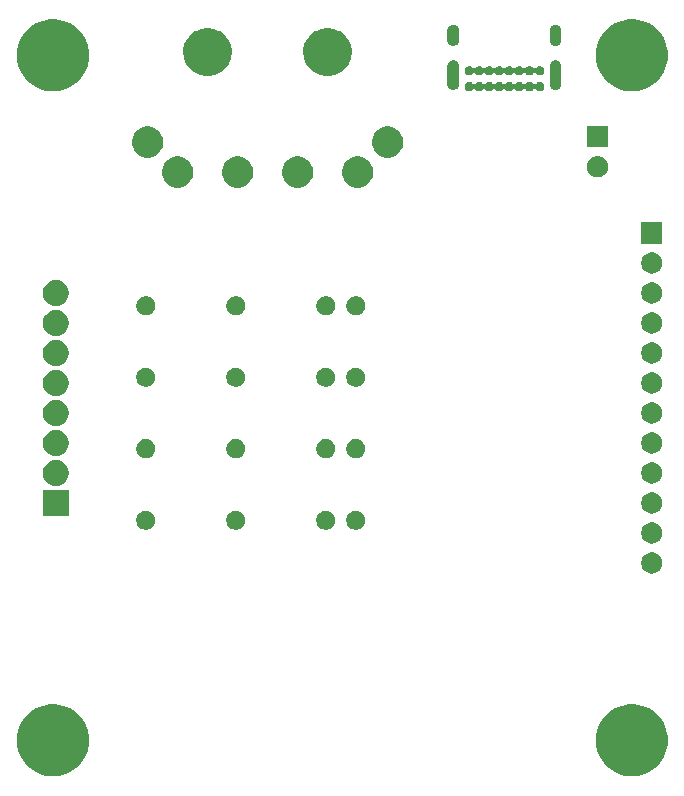
<source format=gbr>
G04 #@! TF.GenerationSoftware,KiCad,Pcbnew,5.1.5*
G04 #@! TF.CreationDate,2020-01-03T23:49:01-05:00*
G04 #@! TF.ProjectId,cluster-controller-module,636c7573-7465-4722-9d63-6f6e74726f6c,v02*
G04 #@! TF.SameCoordinates,Original*
G04 #@! TF.FileFunction,Soldermask,Bot*
G04 #@! TF.FilePolarity,Negative*
%FSLAX46Y46*%
G04 Gerber Fmt 4.6, Leading zero omitted, Abs format (unit mm)*
G04 Created by KiCad (PCBNEW 5.1.5) date 2020-01-03 23:49:01*
%MOMM*%
%LPD*%
G04 APERTURE LIST*
%ADD10C,0.100000*%
G04 APERTURE END LIST*
D10*
G36*
X113996947Y-118488280D02*
G01*
X114389886Y-118566440D01*
X114945096Y-118796416D01*
X115444772Y-119130289D01*
X115869711Y-119555228D01*
X116203584Y-120054904D01*
X116433560Y-120610114D01*
X116550800Y-121199522D01*
X116550800Y-121800478D01*
X116433560Y-122389886D01*
X116203584Y-122945096D01*
X115869711Y-123444772D01*
X115444772Y-123869711D01*
X114945096Y-124203584D01*
X114389886Y-124433560D01*
X113996947Y-124511720D01*
X113800479Y-124550800D01*
X113199521Y-124550800D01*
X113003053Y-124511720D01*
X112610114Y-124433560D01*
X112054904Y-124203584D01*
X111555228Y-123869711D01*
X111130289Y-123444772D01*
X110796416Y-122945096D01*
X110566440Y-122389886D01*
X110449200Y-121800478D01*
X110449200Y-121199522D01*
X110566440Y-120610114D01*
X110796416Y-120054904D01*
X111130289Y-119555228D01*
X111555228Y-119130289D01*
X112054904Y-118796416D01*
X112610114Y-118566440D01*
X113003053Y-118488280D01*
X113199521Y-118449200D01*
X113800479Y-118449200D01*
X113996947Y-118488280D01*
G37*
G36*
X162996947Y-118488280D02*
G01*
X163389886Y-118566440D01*
X163945096Y-118796416D01*
X164444772Y-119130289D01*
X164869711Y-119555228D01*
X165203584Y-120054904D01*
X165433560Y-120610114D01*
X165550800Y-121199522D01*
X165550800Y-121800478D01*
X165433560Y-122389886D01*
X165203584Y-122945096D01*
X164869711Y-123444772D01*
X164444772Y-123869711D01*
X163945096Y-124203584D01*
X163389886Y-124433560D01*
X162996947Y-124511720D01*
X162800479Y-124550800D01*
X162199521Y-124550800D01*
X162003053Y-124511720D01*
X161610114Y-124433560D01*
X161054904Y-124203584D01*
X160555228Y-123869711D01*
X160130289Y-123444772D01*
X159796416Y-122945096D01*
X159566440Y-122389886D01*
X159449200Y-121800478D01*
X159449200Y-121199522D01*
X159566440Y-120610114D01*
X159796416Y-120054904D01*
X160130289Y-119555228D01*
X160555228Y-119130289D01*
X161054904Y-118796416D01*
X161610114Y-118566440D01*
X162003053Y-118488280D01*
X162199521Y-118449200D01*
X162800479Y-118449200D01*
X162996947Y-118488280D01*
G37*
G36*
X164346732Y-105585739D02*
G01*
X164462754Y-105608817D01*
X164626689Y-105676721D01*
X164774227Y-105775303D01*
X164899697Y-105900773D01*
X164998279Y-106048311D01*
X165066183Y-106212246D01*
X165100800Y-106386279D01*
X165100800Y-106563721D01*
X165066183Y-106737754D01*
X164998279Y-106901689D01*
X164899697Y-107049227D01*
X164774227Y-107174697D01*
X164626689Y-107273279D01*
X164462754Y-107341183D01*
X164346732Y-107364261D01*
X164288722Y-107375800D01*
X164111278Y-107375800D01*
X164053268Y-107364261D01*
X163937246Y-107341183D01*
X163773311Y-107273279D01*
X163625773Y-107174697D01*
X163500303Y-107049227D01*
X163401721Y-106901689D01*
X163333817Y-106737754D01*
X163299200Y-106563721D01*
X163299200Y-106386279D01*
X163333817Y-106212246D01*
X163401721Y-106048311D01*
X163500303Y-105900773D01*
X163625773Y-105775303D01*
X163773311Y-105676721D01*
X163937246Y-105608817D01*
X164053268Y-105585739D01*
X164111278Y-105574200D01*
X164288722Y-105574200D01*
X164346732Y-105585739D01*
G37*
G36*
X164346732Y-103045739D02*
G01*
X164462754Y-103068817D01*
X164626689Y-103136721D01*
X164774227Y-103235303D01*
X164899697Y-103360773D01*
X164998279Y-103508311D01*
X165066183Y-103672246D01*
X165100800Y-103846279D01*
X165100800Y-104023721D01*
X165066183Y-104197754D01*
X164998279Y-104361689D01*
X164899697Y-104509227D01*
X164774227Y-104634697D01*
X164626689Y-104733279D01*
X164462754Y-104801183D01*
X164346732Y-104824261D01*
X164288722Y-104835800D01*
X164111278Y-104835800D01*
X164053268Y-104824261D01*
X163937246Y-104801183D01*
X163773311Y-104733279D01*
X163625773Y-104634697D01*
X163500303Y-104509227D01*
X163401721Y-104361689D01*
X163333817Y-104197754D01*
X163299200Y-104023721D01*
X163299200Y-103846279D01*
X163333817Y-103672246D01*
X163401721Y-103508311D01*
X163500303Y-103360773D01*
X163625773Y-103235303D01*
X163773311Y-103136721D01*
X163937246Y-103068817D01*
X164053268Y-103045739D01*
X164111278Y-103034200D01*
X164288722Y-103034200D01*
X164346732Y-103045739D01*
G37*
G36*
X121607085Y-102073435D02*
G01*
X121755004Y-102134705D01*
X121755005Y-102134706D01*
X121888130Y-102223657D01*
X122001343Y-102336870D01*
X122001344Y-102336872D01*
X122090295Y-102469996D01*
X122151565Y-102617915D01*
X122182800Y-102774945D01*
X122182800Y-102935055D01*
X122151565Y-103092085D01*
X122090295Y-103240004D01*
X122090294Y-103240005D01*
X122001343Y-103373130D01*
X121888130Y-103486343D01*
X121855252Y-103508311D01*
X121755004Y-103575295D01*
X121607085Y-103636565D01*
X121450055Y-103667800D01*
X121289945Y-103667800D01*
X121132915Y-103636565D01*
X120984996Y-103575295D01*
X120884748Y-103508311D01*
X120851870Y-103486343D01*
X120738657Y-103373130D01*
X120649706Y-103240005D01*
X120649705Y-103240004D01*
X120588435Y-103092085D01*
X120557200Y-102935055D01*
X120557200Y-102774945D01*
X120588435Y-102617915D01*
X120649705Y-102469996D01*
X120738656Y-102336872D01*
X120738657Y-102336870D01*
X120851870Y-102223657D01*
X120984995Y-102134706D01*
X120984996Y-102134705D01*
X121132915Y-102073435D01*
X121289945Y-102042200D01*
X121450055Y-102042200D01*
X121607085Y-102073435D01*
G37*
G36*
X129227085Y-102073435D02*
G01*
X129375004Y-102134705D01*
X129375005Y-102134706D01*
X129508130Y-102223657D01*
X129621343Y-102336870D01*
X129621344Y-102336872D01*
X129710295Y-102469996D01*
X129771565Y-102617915D01*
X129802800Y-102774945D01*
X129802800Y-102935055D01*
X129771565Y-103092085D01*
X129710295Y-103240004D01*
X129710294Y-103240005D01*
X129621343Y-103373130D01*
X129508130Y-103486343D01*
X129475252Y-103508311D01*
X129375004Y-103575295D01*
X129227085Y-103636565D01*
X129070055Y-103667800D01*
X128909945Y-103667800D01*
X128752915Y-103636565D01*
X128604996Y-103575295D01*
X128504748Y-103508311D01*
X128471870Y-103486343D01*
X128358657Y-103373130D01*
X128269706Y-103240005D01*
X128269705Y-103240004D01*
X128208435Y-103092085D01*
X128177200Y-102935055D01*
X128177200Y-102774945D01*
X128208435Y-102617915D01*
X128269705Y-102469996D01*
X128358656Y-102336872D01*
X128358657Y-102336870D01*
X128471870Y-102223657D01*
X128604995Y-102134706D01*
X128604996Y-102134705D01*
X128752915Y-102073435D01*
X128909945Y-102042200D01*
X129070055Y-102042200D01*
X129227085Y-102073435D01*
G37*
G36*
X136847085Y-102073435D02*
G01*
X136995004Y-102134705D01*
X136995005Y-102134706D01*
X137128130Y-102223657D01*
X137241343Y-102336870D01*
X137241344Y-102336872D01*
X137330295Y-102469996D01*
X137391565Y-102617915D01*
X137422800Y-102774945D01*
X137422800Y-102935055D01*
X137391565Y-103092085D01*
X137330295Y-103240004D01*
X137330294Y-103240005D01*
X137241343Y-103373130D01*
X137128130Y-103486343D01*
X137095252Y-103508311D01*
X136995004Y-103575295D01*
X136847085Y-103636565D01*
X136690055Y-103667800D01*
X136529945Y-103667800D01*
X136372915Y-103636565D01*
X136224996Y-103575295D01*
X136124748Y-103508311D01*
X136091870Y-103486343D01*
X135978657Y-103373130D01*
X135889706Y-103240005D01*
X135889705Y-103240004D01*
X135828435Y-103092085D01*
X135797200Y-102935055D01*
X135797200Y-102774945D01*
X135828435Y-102617915D01*
X135889705Y-102469996D01*
X135978656Y-102336872D01*
X135978657Y-102336870D01*
X136091870Y-102223657D01*
X136224995Y-102134706D01*
X136224996Y-102134705D01*
X136372915Y-102073435D01*
X136529945Y-102042200D01*
X136690055Y-102042200D01*
X136847085Y-102073435D01*
G37*
G36*
X139387085Y-102073435D02*
G01*
X139535004Y-102134705D01*
X139535005Y-102134706D01*
X139668130Y-102223657D01*
X139781343Y-102336870D01*
X139781344Y-102336872D01*
X139870295Y-102469996D01*
X139931565Y-102617915D01*
X139962800Y-102774945D01*
X139962800Y-102935055D01*
X139931565Y-103092085D01*
X139870295Y-103240004D01*
X139870294Y-103240005D01*
X139781343Y-103373130D01*
X139668130Y-103486343D01*
X139635252Y-103508311D01*
X139535004Y-103575295D01*
X139387085Y-103636565D01*
X139230055Y-103667800D01*
X139069945Y-103667800D01*
X138912915Y-103636565D01*
X138764996Y-103575295D01*
X138664748Y-103508311D01*
X138631870Y-103486343D01*
X138518657Y-103373130D01*
X138429706Y-103240005D01*
X138429705Y-103240004D01*
X138368435Y-103092085D01*
X138337200Y-102935055D01*
X138337200Y-102774945D01*
X138368435Y-102617915D01*
X138429705Y-102469996D01*
X138518656Y-102336872D01*
X138518657Y-102336870D01*
X138631870Y-102223657D01*
X138764995Y-102134706D01*
X138764996Y-102134705D01*
X138912915Y-102073435D01*
X139069945Y-102042200D01*
X139230055Y-102042200D01*
X139387085Y-102073435D01*
G37*
G36*
X114850800Y-102490800D02*
G01*
X112649200Y-102490800D01*
X112649200Y-100289200D01*
X114850800Y-100289200D01*
X114850800Y-102490800D01*
G37*
G36*
X164346732Y-100505739D02*
G01*
X164462754Y-100528817D01*
X164626689Y-100596721D01*
X164774227Y-100695303D01*
X164899697Y-100820773D01*
X164998279Y-100968311D01*
X165066183Y-101132246D01*
X165100800Y-101306279D01*
X165100800Y-101483721D01*
X165066183Y-101657754D01*
X164998279Y-101821689D01*
X164899697Y-101969227D01*
X164774227Y-102094697D01*
X164626689Y-102193279D01*
X164462754Y-102261183D01*
X164346732Y-102284261D01*
X164288722Y-102295800D01*
X164111278Y-102295800D01*
X164053268Y-102284261D01*
X163937246Y-102261183D01*
X163773311Y-102193279D01*
X163625773Y-102094697D01*
X163500303Y-101969227D01*
X163401721Y-101821689D01*
X163333817Y-101657754D01*
X163299200Y-101483721D01*
X163299200Y-101306279D01*
X163333817Y-101132246D01*
X163401721Y-100968311D01*
X163500303Y-100820773D01*
X163625773Y-100695303D01*
X163773311Y-100596721D01*
X163937246Y-100528817D01*
X164053268Y-100505739D01*
X164111278Y-100494200D01*
X164288722Y-100494200D01*
X164346732Y-100505739D01*
G37*
G36*
X114000200Y-97777402D02*
G01*
X114071091Y-97791503D01*
X114154071Y-97825875D01*
X114271423Y-97874483D01*
X114271424Y-97874484D01*
X114451719Y-97994953D01*
X114605047Y-98148281D01*
X114605048Y-98148283D01*
X114725517Y-98328577D01*
X114808497Y-98528910D01*
X114850800Y-98741579D01*
X114850800Y-98958421D01*
X114808497Y-99171090D01*
X114725517Y-99371423D01*
X114725516Y-99371424D01*
X114605047Y-99551719D01*
X114451719Y-99705047D01*
X114375762Y-99755800D01*
X114271423Y-99825517D01*
X114154071Y-99874125D01*
X114071091Y-99908497D01*
X114000200Y-99922598D01*
X113858421Y-99950800D01*
X113641579Y-99950800D01*
X113499800Y-99922598D01*
X113428909Y-99908497D01*
X113345929Y-99874125D01*
X113228577Y-99825517D01*
X113124238Y-99755800D01*
X113048281Y-99705047D01*
X112894953Y-99551719D01*
X112774484Y-99371424D01*
X112774483Y-99371423D01*
X112691503Y-99171090D01*
X112649200Y-98958421D01*
X112649200Y-98741579D01*
X112691503Y-98528910D01*
X112774483Y-98328577D01*
X112894952Y-98148283D01*
X112894953Y-98148281D01*
X113048281Y-97994953D01*
X113228576Y-97874484D01*
X113228577Y-97874483D01*
X113345929Y-97825875D01*
X113428909Y-97791503D01*
X113499800Y-97777402D01*
X113641579Y-97749200D01*
X113858421Y-97749200D01*
X114000200Y-97777402D01*
G37*
G36*
X164346732Y-97965739D02*
G01*
X164462754Y-97988817D01*
X164626689Y-98056721D01*
X164774227Y-98155303D01*
X164899697Y-98280773D01*
X164998279Y-98428311D01*
X165066183Y-98592246D01*
X165066183Y-98592248D01*
X165100800Y-98766278D01*
X165100800Y-98943722D01*
X165097876Y-98958421D01*
X165066183Y-99117754D01*
X164998279Y-99281689D01*
X164899697Y-99429227D01*
X164774227Y-99554697D01*
X164626689Y-99653279D01*
X164462754Y-99721183D01*
X164346732Y-99744261D01*
X164288722Y-99755800D01*
X164111278Y-99755800D01*
X164053268Y-99744261D01*
X163937246Y-99721183D01*
X163773311Y-99653279D01*
X163625773Y-99554697D01*
X163500303Y-99429227D01*
X163401721Y-99281689D01*
X163333817Y-99117754D01*
X163302124Y-98958421D01*
X163299200Y-98943722D01*
X163299200Y-98766278D01*
X163333817Y-98592248D01*
X163333817Y-98592246D01*
X163401721Y-98428311D01*
X163500303Y-98280773D01*
X163625773Y-98155303D01*
X163773311Y-98056721D01*
X163937246Y-97988817D01*
X164053268Y-97965739D01*
X164111278Y-97954200D01*
X164288722Y-97954200D01*
X164346732Y-97965739D01*
G37*
G36*
X139387085Y-96018435D02*
G01*
X139535004Y-96079705D01*
X139535005Y-96079706D01*
X139668130Y-96168657D01*
X139781343Y-96281870D01*
X139781344Y-96281872D01*
X139870295Y-96414996D01*
X139931565Y-96562915D01*
X139962800Y-96719945D01*
X139962800Y-96880055D01*
X139931565Y-97037085D01*
X139870295Y-97185004D01*
X139870294Y-97185005D01*
X139781343Y-97318130D01*
X139668130Y-97431343D01*
X139601115Y-97476121D01*
X139535004Y-97520295D01*
X139387085Y-97581565D01*
X139230055Y-97612800D01*
X139069945Y-97612800D01*
X138912915Y-97581565D01*
X138764996Y-97520295D01*
X138698885Y-97476121D01*
X138631870Y-97431343D01*
X138518657Y-97318130D01*
X138429706Y-97185005D01*
X138429705Y-97185004D01*
X138368435Y-97037085D01*
X138337200Y-96880055D01*
X138337200Y-96719945D01*
X138368435Y-96562915D01*
X138429705Y-96414996D01*
X138518656Y-96281872D01*
X138518657Y-96281870D01*
X138631870Y-96168657D01*
X138764995Y-96079706D01*
X138764996Y-96079705D01*
X138912915Y-96018435D01*
X139069945Y-95987200D01*
X139230055Y-95987200D01*
X139387085Y-96018435D01*
G37*
G36*
X121607085Y-96018435D02*
G01*
X121755004Y-96079705D01*
X121755005Y-96079706D01*
X121888130Y-96168657D01*
X122001343Y-96281870D01*
X122001344Y-96281872D01*
X122090295Y-96414996D01*
X122151565Y-96562915D01*
X122182800Y-96719945D01*
X122182800Y-96880055D01*
X122151565Y-97037085D01*
X122090295Y-97185004D01*
X122090294Y-97185005D01*
X122001343Y-97318130D01*
X121888130Y-97431343D01*
X121821115Y-97476121D01*
X121755004Y-97520295D01*
X121607085Y-97581565D01*
X121450055Y-97612800D01*
X121289945Y-97612800D01*
X121132915Y-97581565D01*
X120984996Y-97520295D01*
X120918885Y-97476121D01*
X120851870Y-97431343D01*
X120738657Y-97318130D01*
X120649706Y-97185005D01*
X120649705Y-97185004D01*
X120588435Y-97037085D01*
X120557200Y-96880055D01*
X120557200Y-96719945D01*
X120588435Y-96562915D01*
X120649705Y-96414996D01*
X120738656Y-96281872D01*
X120738657Y-96281870D01*
X120851870Y-96168657D01*
X120984995Y-96079706D01*
X120984996Y-96079705D01*
X121132915Y-96018435D01*
X121289945Y-95987200D01*
X121450055Y-95987200D01*
X121607085Y-96018435D01*
G37*
G36*
X136847085Y-96018435D02*
G01*
X136995004Y-96079705D01*
X136995005Y-96079706D01*
X137128130Y-96168657D01*
X137241343Y-96281870D01*
X137241344Y-96281872D01*
X137330295Y-96414996D01*
X137391565Y-96562915D01*
X137422800Y-96719945D01*
X137422800Y-96880055D01*
X137391565Y-97037085D01*
X137330295Y-97185004D01*
X137330294Y-97185005D01*
X137241343Y-97318130D01*
X137128130Y-97431343D01*
X137061115Y-97476121D01*
X136995004Y-97520295D01*
X136847085Y-97581565D01*
X136690055Y-97612800D01*
X136529945Y-97612800D01*
X136372915Y-97581565D01*
X136224996Y-97520295D01*
X136158885Y-97476121D01*
X136091870Y-97431343D01*
X135978657Y-97318130D01*
X135889706Y-97185005D01*
X135889705Y-97185004D01*
X135828435Y-97037085D01*
X135797200Y-96880055D01*
X135797200Y-96719945D01*
X135828435Y-96562915D01*
X135889705Y-96414996D01*
X135978656Y-96281872D01*
X135978657Y-96281870D01*
X136091870Y-96168657D01*
X136224995Y-96079706D01*
X136224996Y-96079705D01*
X136372915Y-96018435D01*
X136529945Y-95987200D01*
X136690055Y-95987200D01*
X136847085Y-96018435D01*
G37*
G36*
X129227085Y-96018435D02*
G01*
X129375004Y-96079705D01*
X129375005Y-96079706D01*
X129508130Y-96168657D01*
X129621343Y-96281870D01*
X129621344Y-96281872D01*
X129710295Y-96414996D01*
X129771565Y-96562915D01*
X129802800Y-96719945D01*
X129802800Y-96880055D01*
X129771565Y-97037085D01*
X129710295Y-97185004D01*
X129710294Y-97185005D01*
X129621343Y-97318130D01*
X129508130Y-97431343D01*
X129441115Y-97476121D01*
X129375004Y-97520295D01*
X129227085Y-97581565D01*
X129070055Y-97612800D01*
X128909945Y-97612800D01*
X128752915Y-97581565D01*
X128604996Y-97520295D01*
X128538885Y-97476121D01*
X128471870Y-97431343D01*
X128358657Y-97318130D01*
X128269706Y-97185005D01*
X128269705Y-97185004D01*
X128208435Y-97037085D01*
X128177200Y-96880055D01*
X128177200Y-96719945D01*
X128208435Y-96562915D01*
X128269705Y-96414996D01*
X128358656Y-96281872D01*
X128358657Y-96281870D01*
X128471870Y-96168657D01*
X128604995Y-96079706D01*
X128604996Y-96079705D01*
X128752915Y-96018435D01*
X128909945Y-95987200D01*
X129070055Y-95987200D01*
X129227085Y-96018435D01*
G37*
G36*
X114000200Y-95237402D02*
G01*
X114071091Y-95251503D01*
X114154071Y-95285875D01*
X114271423Y-95334483D01*
X114271424Y-95334484D01*
X114451719Y-95454953D01*
X114605047Y-95608281D01*
X114605048Y-95608283D01*
X114725517Y-95788577D01*
X114808497Y-95988910D01*
X114850800Y-96201579D01*
X114850800Y-96418421D01*
X114808497Y-96631090D01*
X114725517Y-96831423D01*
X114725516Y-96831424D01*
X114605047Y-97011719D01*
X114451719Y-97165047D01*
X114375762Y-97215800D01*
X114271423Y-97285517D01*
X114154071Y-97334125D01*
X114071091Y-97368497D01*
X114000200Y-97382598D01*
X113858421Y-97410800D01*
X113641579Y-97410800D01*
X113499800Y-97382598D01*
X113428909Y-97368497D01*
X113345929Y-97334125D01*
X113228577Y-97285517D01*
X113124238Y-97215800D01*
X113048281Y-97165047D01*
X112894953Y-97011719D01*
X112774484Y-96831424D01*
X112774483Y-96831423D01*
X112691503Y-96631090D01*
X112649200Y-96418421D01*
X112649200Y-96201579D01*
X112691503Y-95988910D01*
X112774483Y-95788577D01*
X112894952Y-95608283D01*
X112894953Y-95608281D01*
X113048281Y-95454953D01*
X113228576Y-95334484D01*
X113228577Y-95334483D01*
X113345929Y-95285875D01*
X113428909Y-95251503D01*
X113499800Y-95237402D01*
X113641579Y-95209200D01*
X113858421Y-95209200D01*
X114000200Y-95237402D01*
G37*
G36*
X164346732Y-95425739D02*
G01*
X164462754Y-95448817D01*
X164626689Y-95516721D01*
X164774227Y-95615303D01*
X164899697Y-95740773D01*
X164998279Y-95888311D01*
X165066183Y-96052246D01*
X165066183Y-96052248D01*
X165100800Y-96226278D01*
X165100800Y-96403722D01*
X165097876Y-96418421D01*
X165066183Y-96577754D01*
X164998279Y-96741689D01*
X164899697Y-96889227D01*
X164774227Y-97014697D01*
X164626689Y-97113279D01*
X164462754Y-97181183D01*
X164346732Y-97204261D01*
X164288722Y-97215800D01*
X164111278Y-97215800D01*
X164053268Y-97204261D01*
X163937246Y-97181183D01*
X163773311Y-97113279D01*
X163625773Y-97014697D01*
X163500303Y-96889227D01*
X163401721Y-96741689D01*
X163333817Y-96577754D01*
X163302124Y-96418421D01*
X163299200Y-96403722D01*
X163299200Y-96226278D01*
X163333817Y-96052248D01*
X163333817Y-96052246D01*
X163401721Y-95888311D01*
X163500303Y-95740773D01*
X163625773Y-95615303D01*
X163773311Y-95516721D01*
X163937246Y-95448817D01*
X164053268Y-95425739D01*
X164111278Y-95414200D01*
X164288722Y-95414200D01*
X164346732Y-95425739D01*
G37*
G36*
X114000200Y-92697402D02*
G01*
X114071091Y-92711503D01*
X114154071Y-92745875D01*
X114271423Y-92794483D01*
X114271424Y-92794484D01*
X114451719Y-92914953D01*
X114605047Y-93068281D01*
X114605048Y-93068283D01*
X114725517Y-93248577D01*
X114808497Y-93448910D01*
X114850800Y-93661579D01*
X114850800Y-93878421D01*
X114808497Y-94091090D01*
X114725517Y-94291423D01*
X114725516Y-94291424D01*
X114605047Y-94471719D01*
X114451719Y-94625047D01*
X114375762Y-94675800D01*
X114271423Y-94745517D01*
X114154071Y-94794125D01*
X114071091Y-94828497D01*
X114000200Y-94842598D01*
X113858421Y-94870800D01*
X113641579Y-94870800D01*
X113499800Y-94842598D01*
X113428909Y-94828497D01*
X113345929Y-94794125D01*
X113228577Y-94745517D01*
X113124238Y-94675800D01*
X113048281Y-94625047D01*
X112894953Y-94471719D01*
X112774484Y-94291424D01*
X112774483Y-94291423D01*
X112691503Y-94091090D01*
X112649200Y-93878421D01*
X112649200Y-93661579D01*
X112691503Y-93448910D01*
X112774483Y-93248577D01*
X112894952Y-93068283D01*
X112894953Y-93068281D01*
X113048281Y-92914953D01*
X113228576Y-92794484D01*
X113228577Y-92794483D01*
X113345929Y-92745875D01*
X113428909Y-92711503D01*
X113499800Y-92697402D01*
X113641579Y-92669200D01*
X113858421Y-92669200D01*
X114000200Y-92697402D01*
G37*
G36*
X164346732Y-92885739D02*
G01*
X164462754Y-92908817D01*
X164626689Y-92976721D01*
X164774227Y-93075303D01*
X164899697Y-93200773D01*
X164998279Y-93348311D01*
X165066183Y-93512246D01*
X165066183Y-93512248D01*
X165100800Y-93686278D01*
X165100800Y-93863722D01*
X165097876Y-93878421D01*
X165066183Y-94037754D01*
X164998279Y-94201689D01*
X164899697Y-94349227D01*
X164774227Y-94474697D01*
X164626689Y-94573279D01*
X164462754Y-94641183D01*
X164346732Y-94664261D01*
X164288722Y-94675800D01*
X164111278Y-94675800D01*
X164053268Y-94664261D01*
X163937246Y-94641183D01*
X163773311Y-94573279D01*
X163625773Y-94474697D01*
X163500303Y-94349227D01*
X163401721Y-94201689D01*
X163333817Y-94037754D01*
X163302124Y-93878421D01*
X163299200Y-93863722D01*
X163299200Y-93686278D01*
X163333817Y-93512248D01*
X163333817Y-93512246D01*
X163401721Y-93348311D01*
X163500303Y-93200773D01*
X163625773Y-93075303D01*
X163773311Y-92976721D01*
X163937246Y-92908817D01*
X164053268Y-92885739D01*
X164111278Y-92874200D01*
X164288722Y-92874200D01*
X164346732Y-92885739D01*
G37*
G36*
X114000200Y-90157402D02*
G01*
X114071091Y-90171503D01*
X114154071Y-90205875D01*
X114271423Y-90254483D01*
X114271424Y-90254484D01*
X114451719Y-90374953D01*
X114605047Y-90528281D01*
X114605048Y-90528283D01*
X114725517Y-90708577D01*
X114808497Y-90908910D01*
X114850800Y-91121579D01*
X114850800Y-91338421D01*
X114808497Y-91551090D01*
X114725517Y-91751423D01*
X114725516Y-91751424D01*
X114605047Y-91931719D01*
X114451719Y-92085047D01*
X114375762Y-92135800D01*
X114271423Y-92205517D01*
X114154071Y-92254125D01*
X114071091Y-92288497D01*
X114000200Y-92302598D01*
X113858421Y-92330800D01*
X113641579Y-92330800D01*
X113499800Y-92302598D01*
X113428909Y-92288497D01*
X113345929Y-92254125D01*
X113228577Y-92205517D01*
X113124238Y-92135800D01*
X113048281Y-92085047D01*
X112894953Y-91931719D01*
X112774484Y-91751424D01*
X112774483Y-91751423D01*
X112691503Y-91551090D01*
X112649200Y-91338421D01*
X112649200Y-91121579D01*
X112691503Y-90908910D01*
X112774483Y-90708577D01*
X112894952Y-90528283D01*
X112894953Y-90528281D01*
X113048281Y-90374953D01*
X113228576Y-90254484D01*
X113228577Y-90254483D01*
X113345929Y-90205875D01*
X113428909Y-90171503D01*
X113499800Y-90157402D01*
X113641579Y-90129200D01*
X113858421Y-90129200D01*
X114000200Y-90157402D01*
G37*
G36*
X164346732Y-90345739D02*
G01*
X164462754Y-90368817D01*
X164626689Y-90436721D01*
X164774227Y-90535303D01*
X164899697Y-90660773D01*
X164998279Y-90808311D01*
X165066183Y-90972246D01*
X165089261Y-91088268D01*
X165100800Y-91146278D01*
X165100800Y-91323722D01*
X165097876Y-91338421D01*
X165066183Y-91497754D01*
X164998279Y-91661689D01*
X164899697Y-91809227D01*
X164774227Y-91934697D01*
X164626689Y-92033279D01*
X164462754Y-92101183D01*
X164346732Y-92124261D01*
X164288722Y-92135800D01*
X164111278Y-92135800D01*
X164053268Y-92124261D01*
X163937246Y-92101183D01*
X163773311Y-92033279D01*
X163625773Y-91934697D01*
X163500303Y-91809227D01*
X163401721Y-91661689D01*
X163333817Y-91497754D01*
X163302124Y-91338421D01*
X163299200Y-91323722D01*
X163299200Y-91146278D01*
X163310739Y-91088268D01*
X163333817Y-90972246D01*
X163401721Y-90808311D01*
X163500303Y-90660773D01*
X163625773Y-90535303D01*
X163773311Y-90436721D01*
X163937246Y-90368817D01*
X164053268Y-90345739D01*
X164111278Y-90334200D01*
X164288722Y-90334200D01*
X164346732Y-90345739D01*
G37*
G36*
X136847085Y-89968435D02*
G01*
X136995004Y-90029705D01*
X136995005Y-90029706D01*
X137128130Y-90118657D01*
X137241343Y-90231870D01*
X137241344Y-90231872D01*
X137330295Y-90364996D01*
X137391565Y-90512915D01*
X137422800Y-90669945D01*
X137422800Y-90830055D01*
X137391565Y-90987085D01*
X137330295Y-91135004D01*
X137330294Y-91135005D01*
X137241343Y-91268130D01*
X137128130Y-91381343D01*
X137061115Y-91426121D01*
X136995004Y-91470295D01*
X136847085Y-91531565D01*
X136690055Y-91562800D01*
X136529945Y-91562800D01*
X136372915Y-91531565D01*
X136224996Y-91470295D01*
X136158885Y-91426121D01*
X136091870Y-91381343D01*
X135978657Y-91268130D01*
X135889706Y-91135005D01*
X135889705Y-91135004D01*
X135828435Y-90987085D01*
X135797200Y-90830055D01*
X135797200Y-90669945D01*
X135828435Y-90512915D01*
X135889705Y-90364996D01*
X135978656Y-90231872D01*
X135978657Y-90231870D01*
X136091870Y-90118657D01*
X136224995Y-90029706D01*
X136224996Y-90029705D01*
X136372915Y-89968435D01*
X136529945Y-89937200D01*
X136690055Y-89937200D01*
X136847085Y-89968435D01*
G37*
G36*
X139387085Y-89968435D02*
G01*
X139535004Y-90029705D01*
X139535005Y-90029706D01*
X139668130Y-90118657D01*
X139781343Y-90231870D01*
X139781344Y-90231872D01*
X139870295Y-90364996D01*
X139931565Y-90512915D01*
X139962800Y-90669945D01*
X139962800Y-90830055D01*
X139931565Y-90987085D01*
X139870295Y-91135004D01*
X139870294Y-91135005D01*
X139781343Y-91268130D01*
X139668130Y-91381343D01*
X139601115Y-91426121D01*
X139535004Y-91470295D01*
X139387085Y-91531565D01*
X139230055Y-91562800D01*
X139069945Y-91562800D01*
X138912915Y-91531565D01*
X138764996Y-91470295D01*
X138698885Y-91426121D01*
X138631870Y-91381343D01*
X138518657Y-91268130D01*
X138429706Y-91135005D01*
X138429705Y-91135004D01*
X138368435Y-90987085D01*
X138337200Y-90830055D01*
X138337200Y-90669945D01*
X138368435Y-90512915D01*
X138429705Y-90364996D01*
X138518656Y-90231872D01*
X138518657Y-90231870D01*
X138631870Y-90118657D01*
X138764995Y-90029706D01*
X138764996Y-90029705D01*
X138912915Y-89968435D01*
X139069945Y-89937200D01*
X139230055Y-89937200D01*
X139387085Y-89968435D01*
G37*
G36*
X129227085Y-89968435D02*
G01*
X129375004Y-90029705D01*
X129375005Y-90029706D01*
X129508130Y-90118657D01*
X129621343Y-90231870D01*
X129621344Y-90231872D01*
X129710295Y-90364996D01*
X129771565Y-90512915D01*
X129802800Y-90669945D01*
X129802800Y-90830055D01*
X129771565Y-90987085D01*
X129710295Y-91135004D01*
X129710294Y-91135005D01*
X129621343Y-91268130D01*
X129508130Y-91381343D01*
X129441115Y-91426121D01*
X129375004Y-91470295D01*
X129227085Y-91531565D01*
X129070055Y-91562800D01*
X128909945Y-91562800D01*
X128752915Y-91531565D01*
X128604996Y-91470295D01*
X128538885Y-91426121D01*
X128471870Y-91381343D01*
X128358657Y-91268130D01*
X128269706Y-91135005D01*
X128269705Y-91135004D01*
X128208435Y-90987085D01*
X128177200Y-90830055D01*
X128177200Y-90669945D01*
X128208435Y-90512915D01*
X128269705Y-90364996D01*
X128358656Y-90231872D01*
X128358657Y-90231870D01*
X128471870Y-90118657D01*
X128604995Y-90029706D01*
X128604996Y-90029705D01*
X128752915Y-89968435D01*
X128909945Y-89937200D01*
X129070055Y-89937200D01*
X129227085Y-89968435D01*
G37*
G36*
X121607085Y-89968435D02*
G01*
X121755004Y-90029705D01*
X121755005Y-90029706D01*
X121888130Y-90118657D01*
X122001343Y-90231870D01*
X122001344Y-90231872D01*
X122090295Y-90364996D01*
X122151565Y-90512915D01*
X122182800Y-90669945D01*
X122182800Y-90830055D01*
X122151565Y-90987085D01*
X122090295Y-91135004D01*
X122090294Y-91135005D01*
X122001343Y-91268130D01*
X121888130Y-91381343D01*
X121821115Y-91426121D01*
X121755004Y-91470295D01*
X121607085Y-91531565D01*
X121450055Y-91562800D01*
X121289945Y-91562800D01*
X121132915Y-91531565D01*
X120984996Y-91470295D01*
X120918885Y-91426121D01*
X120851870Y-91381343D01*
X120738657Y-91268130D01*
X120649706Y-91135005D01*
X120649705Y-91135004D01*
X120588435Y-90987085D01*
X120557200Y-90830055D01*
X120557200Y-90669945D01*
X120588435Y-90512915D01*
X120649705Y-90364996D01*
X120738656Y-90231872D01*
X120738657Y-90231870D01*
X120851870Y-90118657D01*
X120984995Y-90029706D01*
X120984996Y-90029705D01*
X121132915Y-89968435D01*
X121289945Y-89937200D01*
X121450055Y-89937200D01*
X121607085Y-89968435D01*
G37*
G36*
X114000200Y-87617402D02*
G01*
X114071091Y-87631503D01*
X114154071Y-87665875D01*
X114271423Y-87714483D01*
X114271424Y-87714484D01*
X114451719Y-87834953D01*
X114605047Y-87988281D01*
X114605048Y-87988283D01*
X114725517Y-88168577D01*
X114808497Y-88368910D01*
X114850800Y-88581579D01*
X114850800Y-88798421D01*
X114808497Y-89011090D01*
X114725517Y-89211423D01*
X114725516Y-89211424D01*
X114605047Y-89391719D01*
X114451719Y-89545047D01*
X114375762Y-89595800D01*
X114271423Y-89665517D01*
X114154071Y-89714125D01*
X114071091Y-89748497D01*
X114000200Y-89762598D01*
X113858421Y-89790800D01*
X113641579Y-89790800D01*
X113499800Y-89762598D01*
X113428909Y-89748497D01*
X113345929Y-89714125D01*
X113228577Y-89665517D01*
X113124238Y-89595800D01*
X113048281Y-89545047D01*
X112894953Y-89391719D01*
X112774484Y-89211424D01*
X112774483Y-89211423D01*
X112691503Y-89011090D01*
X112649200Y-88798421D01*
X112649200Y-88581579D01*
X112691503Y-88368910D01*
X112774483Y-88168577D01*
X112894952Y-87988283D01*
X112894953Y-87988281D01*
X113048281Y-87834953D01*
X113228576Y-87714484D01*
X113228577Y-87714483D01*
X113345929Y-87665875D01*
X113428909Y-87631503D01*
X113499800Y-87617402D01*
X113641579Y-87589200D01*
X113858421Y-87589200D01*
X114000200Y-87617402D01*
G37*
G36*
X164346732Y-87805739D02*
G01*
X164462754Y-87828817D01*
X164626689Y-87896721D01*
X164774227Y-87995303D01*
X164899697Y-88120773D01*
X164998279Y-88268311D01*
X165066183Y-88432246D01*
X165066183Y-88432248D01*
X165100800Y-88606278D01*
X165100800Y-88783722D01*
X165097876Y-88798421D01*
X165066183Y-88957754D01*
X164998279Y-89121689D01*
X164899697Y-89269227D01*
X164774227Y-89394697D01*
X164626689Y-89493279D01*
X164462754Y-89561183D01*
X164346732Y-89584261D01*
X164288722Y-89595800D01*
X164111278Y-89595800D01*
X164053268Y-89584261D01*
X163937246Y-89561183D01*
X163773311Y-89493279D01*
X163625773Y-89394697D01*
X163500303Y-89269227D01*
X163401721Y-89121689D01*
X163333817Y-88957754D01*
X163302124Y-88798421D01*
X163299200Y-88783722D01*
X163299200Y-88606278D01*
X163333817Y-88432248D01*
X163333817Y-88432246D01*
X163401721Y-88268311D01*
X163500303Y-88120773D01*
X163625773Y-87995303D01*
X163773311Y-87896721D01*
X163937246Y-87828817D01*
X164053268Y-87805739D01*
X164111278Y-87794200D01*
X164288722Y-87794200D01*
X164346732Y-87805739D01*
G37*
G36*
X114000200Y-85077402D02*
G01*
X114071091Y-85091503D01*
X114154071Y-85125875D01*
X114271423Y-85174483D01*
X114271424Y-85174484D01*
X114451719Y-85294953D01*
X114605047Y-85448281D01*
X114648157Y-85512800D01*
X114725517Y-85628577D01*
X114808497Y-85828910D01*
X114850800Y-86041579D01*
X114850800Y-86258421D01*
X114808497Y-86471090D01*
X114725517Y-86671423D01*
X114725516Y-86671424D01*
X114605047Y-86851719D01*
X114451719Y-87005047D01*
X114375762Y-87055800D01*
X114271423Y-87125517D01*
X114154071Y-87174125D01*
X114071091Y-87208497D01*
X114000200Y-87222598D01*
X113858421Y-87250800D01*
X113641579Y-87250800D01*
X113499800Y-87222598D01*
X113428909Y-87208497D01*
X113345929Y-87174125D01*
X113228577Y-87125517D01*
X113124238Y-87055800D01*
X113048281Y-87005047D01*
X112894953Y-86851719D01*
X112774484Y-86671424D01*
X112774483Y-86671423D01*
X112691503Y-86471090D01*
X112649200Y-86258421D01*
X112649200Y-86041579D01*
X112691503Y-85828910D01*
X112774483Y-85628577D01*
X112851843Y-85512800D01*
X112894953Y-85448281D01*
X113048281Y-85294953D01*
X113228576Y-85174484D01*
X113228577Y-85174483D01*
X113345929Y-85125875D01*
X113428909Y-85091503D01*
X113499800Y-85077402D01*
X113641579Y-85049200D01*
X113858421Y-85049200D01*
X114000200Y-85077402D01*
G37*
G36*
X164346732Y-85265739D02*
G01*
X164462754Y-85288817D01*
X164626689Y-85356721D01*
X164774227Y-85455303D01*
X164899697Y-85580773D01*
X164998279Y-85728311D01*
X165066183Y-85892246D01*
X165066183Y-85892248D01*
X165100800Y-86066278D01*
X165100800Y-86243722D01*
X165097876Y-86258421D01*
X165066183Y-86417754D01*
X164998279Y-86581689D01*
X164899697Y-86729227D01*
X164774227Y-86854697D01*
X164626689Y-86953279D01*
X164462754Y-87021183D01*
X164346732Y-87044261D01*
X164288722Y-87055800D01*
X164111278Y-87055800D01*
X164053268Y-87044261D01*
X163937246Y-87021183D01*
X163773311Y-86953279D01*
X163625773Y-86854697D01*
X163500303Y-86729227D01*
X163401721Y-86581689D01*
X163333817Y-86417754D01*
X163302124Y-86258421D01*
X163299200Y-86243722D01*
X163299200Y-86066278D01*
X163333817Y-85892248D01*
X163333817Y-85892246D01*
X163401721Y-85728311D01*
X163500303Y-85580773D01*
X163625773Y-85455303D01*
X163773311Y-85356721D01*
X163937246Y-85288817D01*
X164053268Y-85265739D01*
X164111278Y-85254200D01*
X164288722Y-85254200D01*
X164346732Y-85265739D01*
G37*
G36*
X121607085Y-83918435D02*
G01*
X121755004Y-83979705D01*
X121755005Y-83979706D01*
X121888130Y-84068657D01*
X122001343Y-84181870D01*
X122046121Y-84248885D01*
X122090295Y-84314996D01*
X122151565Y-84462915D01*
X122182800Y-84619945D01*
X122182800Y-84780055D01*
X122151565Y-84937085D01*
X122090295Y-85085004D01*
X122090294Y-85085005D01*
X122001343Y-85218130D01*
X121888130Y-85331343D01*
X121850149Y-85356721D01*
X121755004Y-85420295D01*
X121607085Y-85481565D01*
X121450055Y-85512800D01*
X121289945Y-85512800D01*
X121132915Y-85481565D01*
X120984996Y-85420295D01*
X120889851Y-85356721D01*
X120851870Y-85331343D01*
X120738657Y-85218130D01*
X120649706Y-85085005D01*
X120649705Y-85085004D01*
X120588435Y-84937085D01*
X120557200Y-84780055D01*
X120557200Y-84619945D01*
X120588435Y-84462915D01*
X120649705Y-84314996D01*
X120693879Y-84248885D01*
X120738657Y-84181870D01*
X120851870Y-84068657D01*
X120984995Y-83979706D01*
X120984996Y-83979705D01*
X121132915Y-83918435D01*
X121289945Y-83887200D01*
X121450055Y-83887200D01*
X121607085Y-83918435D01*
G37*
G36*
X129227085Y-83918435D02*
G01*
X129375004Y-83979705D01*
X129375005Y-83979706D01*
X129508130Y-84068657D01*
X129621343Y-84181870D01*
X129666121Y-84248885D01*
X129710295Y-84314996D01*
X129771565Y-84462915D01*
X129802800Y-84619945D01*
X129802800Y-84780055D01*
X129771565Y-84937085D01*
X129710295Y-85085004D01*
X129710294Y-85085005D01*
X129621343Y-85218130D01*
X129508130Y-85331343D01*
X129470149Y-85356721D01*
X129375004Y-85420295D01*
X129227085Y-85481565D01*
X129070055Y-85512800D01*
X128909945Y-85512800D01*
X128752915Y-85481565D01*
X128604996Y-85420295D01*
X128509851Y-85356721D01*
X128471870Y-85331343D01*
X128358657Y-85218130D01*
X128269706Y-85085005D01*
X128269705Y-85085004D01*
X128208435Y-84937085D01*
X128177200Y-84780055D01*
X128177200Y-84619945D01*
X128208435Y-84462915D01*
X128269705Y-84314996D01*
X128313879Y-84248885D01*
X128358657Y-84181870D01*
X128471870Y-84068657D01*
X128604995Y-83979706D01*
X128604996Y-83979705D01*
X128752915Y-83918435D01*
X128909945Y-83887200D01*
X129070055Y-83887200D01*
X129227085Y-83918435D01*
G37*
G36*
X136847085Y-83918435D02*
G01*
X136995004Y-83979705D01*
X136995005Y-83979706D01*
X137128130Y-84068657D01*
X137241343Y-84181870D01*
X137286121Y-84248885D01*
X137330295Y-84314996D01*
X137391565Y-84462915D01*
X137422800Y-84619945D01*
X137422800Y-84780055D01*
X137391565Y-84937085D01*
X137330295Y-85085004D01*
X137330294Y-85085005D01*
X137241343Y-85218130D01*
X137128130Y-85331343D01*
X137090149Y-85356721D01*
X136995004Y-85420295D01*
X136847085Y-85481565D01*
X136690055Y-85512800D01*
X136529945Y-85512800D01*
X136372915Y-85481565D01*
X136224996Y-85420295D01*
X136129851Y-85356721D01*
X136091870Y-85331343D01*
X135978657Y-85218130D01*
X135889706Y-85085005D01*
X135889705Y-85085004D01*
X135828435Y-84937085D01*
X135797200Y-84780055D01*
X135797200Y-84619945D01*
X135828435Y-84462915D01*
X135889705Y-84314996D01*
X135933879Y-84248885D01*
X135978657Y-84181870D01*
X136091870Y-84068657D01*
X136224995Y-83979706D01*
X136224996Y-83979705D01*
X136372915Y-83918435D01*
X136529945Y-83887200D01*
X136690055Y-83887200D01*
X136847085Y-83918435D01*
G37*
G36*
X139387085Y-83918435D02*
G01*
X139535004Y-83979705D01*
X139535005Y-83979706D01*
X139668130Y-84068657D01*
X139781343Y-84181870D01*
X139826121Y-84248885D01*
X139870295Y-84314996D01*
X139931565Y-84462915D01*
X139962800Y-84619945D01*
X139962800Y-84780055D01*
X139931565Y-84937085D01*
X139870295Y-85085004D01*
X139870294Y-85085005D01*
X139781343Y-85218130D01*
X139668130Y-85331343D01*
X139630149Y-85356721D01*
X139535004Y-85420295D01*
X139387085Y-85481565D01*
X139230055Y-85512800D01*
X139069945Y-85512800D01*
X138912915Y-85481565D01*
X138764996Y-85420295D01*
X138669851Y-85356721D01*
X138631870Y-85331343D01*
X138518657Y-85218130D01*
X138429706Y-85085005D01*
X138429705Y-85085004D01*
X138368435Y-84937085D01*
X138337200Y-84780055D01*
X138337200Y-84619945D01*
X138368435Y-84462915D01*
X138429705Y-84314996D01*
X138473879Y-84248885D01*
X138518657Y-84181870D01*
X138631870Y-84068657D01*
X138764995Y-83979706D01*
X138764996Y-83979705D01*
X138912915Y-83918435D01*
X139069945Y-83887200D01*
X139230055Y-83887200D01*
X139387085Y-83918435D01*
G37*
G36*
X114000200Y-82537402D02*
G01*
X114071091Y-82551503D01*
X114154071Y-82585875D01*
X114271423Y-82634483D01*
X114271424Y-82634484D01*
X114451719Y-82754953D01*
X114605047Y-82908281D01*
X114605048Y-82908283D01*
X114725517Y-83088577D01*
X114808497Y-83288910D01*
X114850800Y-83501579D01*
X114850800Y-83718421D01*
X114808497Y-83931090D01*
X114725517Y-84131423D01*
X114725516Y-84131424D01*
X114605047Y-84311719D01*
X114451719Y-84465047D01*
X114375762Y-84515800D01*
X114271423Y-84585517D01*
X114188303Y-84619946D01*
X114071091Y-84668497D01*
X114000200Y-84682598D01*
X113858421Y-84710800D01*
X113641579Y-84710800D01*
X113499800Y-84682598D01*
X113428909Y-84668497D01*
X113311697Y-84619946D01*
X113228577Y-84585517D01*
X113124238Y-84515800D01*
X113048281Y-84465047D01*
X112894953Y-84311719D01*
X112774484Y-84131424D01*
X112774483Y-84131423D01*
X112691503Y-83931090D01*
X112649200Y-83718421D01*
X112649200Y-83501579D01*
X112691503Y-83288910D01*
X112774483Y-83088577D01*
X112894952Y-82908283D01*
X112894953Y-82908281D01*
X113048281Y-82754953D01*
X113228576Y-82634484D01*
X113228577Y-82634483D01*
X113345929Y-82585875D01*
X113428909Y-82551503D01*
X113499800Y-82537402D01*
X113641579Y-82509200D01*
X113858421Y-82509200D01*
X114000200Y-82537402D01*
G37*
G36*
X164346732Y-82725739D02*
G01*
X164462754Y-82748817D01*
X164626689Y-82816721D01*
X164774227Y-82915303D01*
X164899697Y-83040773D01*
X164998279Y-83188311D01*
X165066183Y-83352246D01*
X165066183Y-83352248D01*
X165100800Y-83526278D01*
X165100800Y-83703722D01*
X165097876Y-83718421D01*
X165066183Y-83877754D01*
X164998279Y-84041689D01*
X164899697Y-84189227D01*
X164774227Y-84314697D01*
X164626689Y-84413279D01*
X164462754Y-84481183D01*
X164346732Y-84504261D01*
X164288722Y-84515800D01*
X164111278Y-84515800D01*
X164053268Y-84504261D01*
X163937246Y-84481183D01*
X163773311Y-84413279D01*
X163625773Y-84314697D01*
X163500303Y-84189227D01*
X163401721Y-84041689D01*
X163333817Y-83877754D01*
X163302124Y-83718421D01*
X163299200Y-83703722D01*
X163299200Y-83526278D01*
X163333817Y-83352248D01*
X163333817Y-83352246D01*
X163401721Y-83188311D01*
X163500303Y-83040773D01*
X163625773Y-82915303D01*
X163773311Y-82816721D01*
X163937246Y-82748817D01*
X164053268Y-82725739D01*
X164111278Y-82714200D01*
X164288722Y-82714200D01*
X164346732Y-82725739D01*
G37*
G36*
X164346732Y-80185739D02*
G01*
X164462754Y-80208817D01*
X164626689Y-80276721D01*
X164774227Y-80375303D01*
X164899697Y-80500773D01*
X164998279Y-80648311D01*
X165066183Y-80812246D01*
X165100800Y-80986279D01*
X165100800Y-81163721D01*
X165066183Y-81337754D01*
X164998279Y-81501689D01*
X164899697Y-81649227D01*
X164774227Y-81774697D01*
X164626689Y-81873279D01*
X164462754Y-81941183D01*
X164346732Y-81964261D01*
X164288722Y-81975800D01*
X164111278Y-81975800D01*
X164053268Y-81964261D01*
X163937246Y-81941183D01*
X163773311Y-81873279D01*
X163625773Y-81774697D01*
X163500303Y-81649227D01*
X163401721Y-81501689D01*
X163333817Y-81337754D01*
X163299200Y-81163721D01*
X163299200Y-80986279D01*
X163333817Y-80812246D01*
X163401721Y-80648311D01*
X163500303Y-80500773D01*
X163625773Y-80375303D01*
X163773311Y-80276721D01*
X163937246Y-80208817D01*
X164053268Y-80185739D01*
X164111278Y-80174200D01*
X164288722Y-80174200D01*
X164346732Y-80185739D01*
G37*
G36*
X165100800Y-79435800D02*
G01*
X163299200Y-79435800D01*
X163299200Y-77634200D01*
X165100800Y-77634200D01*
X165100800Y-79435800D01*
G37*
G36*
X124435263Y-72109957D02*
G01*
X124675634Y-72209522D01*
X124891961Y-72354067D01*
X125075933Y-72538039D01*
X125220478Y-72754366D01*
X125220479Y-72754368D01*
X125320043Y-72994737D01*
X125370800Y-73249911D01*
X125370800Y-73510089D01*
X125320043Y-73765263D01*
X125220478Y-74005634D01*
X125075933Y-74221961D01*
X124891961Y-74405933D01*
X124675634Y-74550478D01*
X124675633Y-74550479D01*
X124675632Y-74550479D01*
X124435263Y-74650043D01*
X124180089Y-74700800D01*
X123919911Y-74700800D01*
X123664737Y-74650043D01*
X123424368Y-74550479D01*
X123424367Y-74550479D01*
X123424366Y-74550478D01*
X123208039Y-74405933D01*
X123024067Y-74221961D01*
X122879522Y-74005634D01*
X122779957Y-73765263D01*
X122729200Y-73510089D01*
X122729200Y-73249911D01*
X122779957Y-72994737D01*
X122879521Y-72754368D01*
X122879522Y-72754366D01*
X123024067Y-72538039D01*
X123208039Y-72354067D01*
X123424366Y-72209522D01*
X123664737Y-72109957D01*
X123919911Y-72059200D01*
X124180089Y-72059200D01*
X124435263Y-72109957D01*
G37*
G36*
X134595263Y-72109957D02*
G01*
X134835634Y-72209522D01*
X135051961Y-72354067D01*
X135235933Y-72538039D01*
X135380478Y-72754366D01*
X135380479Y-72754368D01*
X135480043Y-72994737D01*
X135530800Y-73249911D01*
X135530800Y-73510089D01*
X135480043Y-73765263D01*
X135380478Y-74005634D01*
X135235933Y-74221961D01*
X135051961Y-74405933D01*
X134835634Y-74550478D01*
X134835633Y-74550479D01*
X134835632Y-74550479D01*
X134595263Y-74650043D01*
X134340089Y-74700800D01*
X134079911Y-74700800D01*
X133824737Y-74650043D01*
X133584368Y-74550479D01*
X133584367Y-74550479D01*
X133584366Y-74550478D01*
X133368039Y-74405933D01*
X133184067Y-74221961D01*
X133039522Y-74005634D01*
X132939957Y-73765263D01*
X132889200Y-73510089D01*
X132889200Y-73249911D01*
X132939957Y-72994737D01*
X133039521Y-72754368D01*
X133039522Y-72754366D01*
X133184067Y-72538039D01*
X133368039Y-72354067D01*
X133584366Y-72209522D01*
X133824737Y-72109957D01*
X134079911Y-72059200D01*
X134340089Y-72059200D01*
X134595263Y-72109957D01*
G37*
G36*
X129515263Y-72109957D02*
G01*
X129755634Y-72209522D01*
X129971961Y-72354067D01*
X130155933Y-72538039D01*
X130300478Y-72754366D01*
X130300479Y-72754368D01*
X130400043Y-72994737D01*
X130450800Y-73249911D01*
X130450800Y-73510089D01*
X130400043Y-73765263D01*
X130300478Y-74005634D01*
X130155933Y-74221961D01*
X129971961Y-74405933D01*
X129755634Y-74550478D01*
X129755633Y-74550479D01*
X129755632Y-74550479D01*
X129515263Y-74650043D01*
X129260089Y-74700800D01*
X128999911Y-74700800D01*
X128744737Y-74650043D01*
X128504368Y-74550479D01*
X128504367Y-74550479D01*
X128504366Y-74550478D01*
X128288039Y-74405933D01*
X128104067Y-74221961D01*
X127959522Y-74005634D01*
X127859957Y-73765263D01*
X127809200Y-73510089D01*
X127809200Y-73249911D01*
X127859957Y-72994737D01*
X127959521Y-72754368D01*
X127959522Y-72754366D01*
X128104067Y-72538039D01*
X128288039Y-72354067D01*
X128504366Y-72209522D01*
X128744737Y-72109957D01*
X128999911Y-72059200D01*
X129260089Y-72059200D01*
X129515263Y-72109957D01*
G37*
G36*
X139675263Y-72109957D02*
G01*
X139915634Y-72209522D01*
X140131961Y-72354067D01*
X140315933Y-72538039D01*
X140460478Y-72754366D01*
X140460479Y-72754368D01*
X140560043Y-72994737D01*
X140610800Y-73249911D01*
X140610800Y-73510089D01*
X140560043Y-73765263D01*
X140460478Y-74005634D01*
X140315933Y-74221961D01*
X140131961Y-74405933D01*
X139915634Y-74550478D01*
X139915633Y-74550479D01*
X139915632Y-74550479D01*
X139675263Y-74650043D01*
X139420089Y-74700800D01*
X139159911Y-74700800D01*
X138904737Y-74650043D01*
X138664368Y-74550479D01*
X138664367Y-74550479D01*
X138664366Y-74550478D01*
X138448039Y-74405933D01*
X138264067Y-74221961D01*
X138119522Y-74005634D01*
X138019957Y-73765263D01*
X137969200Y-73510089D01*
X137969200Y-73249911D01*
X138019957Y-72994737D01*
X138119521Y-72754368D01*
X138119522Y-72754366D01*
X138264067Y-72538039D01*
X138448039Y-72354067D01*
X138664366Y-72209522D01*
X138904737Y-72109957D01*
X139159911Y-72059200D01*
X139420089Y-72059200D01*
X139675263Y-72109957D01*
G37*
G36*
X159746732Y-72040739D02*
G01*
X159862754Y-72063817D01*
X160026689Y-72131721D01*
X160174227Y-72230303D01*
X160299697Y-72355773D01*
X160398279Y-72503311D01*
X160466183Y-72667246D01*
X160500800Y-72841279D01*
X160500800Y-73018721D01*
X160466183Y-73192754D01*
X160398279Y-73356689D01*
X160299697Y-73504227D01*
X160174227Y-73629697D01*
X160026689Y-73728279D01*
X159862754Y-73796183D01*
X159746732Y-73819261D01*
X159688722Y-73830800D01*
X159511278Y-73830800D01*
X159453268Y-73819261D01*
X159337246Y-73796183D01*
X159173311Y-73728279D01*
X159025773Y-73629697D01*
X158900303Y-73504227D01*
X158801721Y-73356689D01*
X158733817Y-73192754D01*
X158699200Y-73018721D01*
X158699200Y-72841279D01*
X158733817Y-72667246D01*
X158801721Y-72503311D01*
X158900303Y-72355773D01*
X159025773Y-72230303D01*
X159173311Y-72131721D01*
X159337246Y-72063817D01*
X159453268Y-72040739D01*
X159511278Y-72029200D01*
X159688722Y-72029200D01*
X159746732Y-72040739D01*
G37*
G36*
X142215263Y-69569957D02*
G01*
X142455634Y-69669522D01*
X142671961Y-69814067D01*
X142855933Y-69998039D01*
X143000478Y-70214366D01*
X143100043Y-70454737D01*
X143150800Y-70709913D01*
X143150800Y-70970087D01*
X143100043Y-71225263D01*
X143000478Y-71465634D01*
X142855933Y-71681961D01*
X142671961Y-71865933D01*
X142455634Y-72010478D01*
X142455633Y-72010479D01*
X142455632Y-72010479D01*
X142215263Y-72110043D01*
X141960089Y-72160800D01*
X141699911Y-72160800D01*
X141444737Y-72110043D01*
X141204368Y-72010479D01*
X141204367Y-72010479D01*
X141204366Y-72010478D01*
X140988039Y-71865933D01*
X140804067Y-71681961D01*
X140659522Y-71465634D01*
X140559957Y-71225263D01*
X140509200Y-70970087D01*
X140509200Y-70709913D01*
X140559957Y-70454737D01*
X140659522Y-70214366D01*
X140804067Y-69998039D01*
X140988039Y-69814067D01*
X141204366Y-69669522D01*
X141444737Y-69569957D01*
X141699911Y-69519200D01*
X141960089Y-69519200D01*
X142215263Y-69569957D01*
G37*
G36*
X121895263Y-69569957D02*
G01*
X122135634Y-69669522D01*
X122351961Y-69814067D01*
X122535933Y-69998039D01*
X122680478Y-70214366D01*
X122780043Y-70454737D01*
X122830800Y-70709913D01*
X122830800Y-70970087D01*
X122780043Y-71225263D01*
X122680478Y-71465634D01*
X122535933Y-71681961D01*
X122351961Y-71865933D01*
X122135634Y-72010478D01*
X122135633Y-72010479D01*
X122135632Y-72010479D01*
X121895263Y-72110043D01*
X121640089Y-72160800D01*
X121379911Y-72160800D01*
X121124737Y-72110043D01*
X120884368Y-72010479D01*
X120884367Y-72010479D01*
X120884366Y-72010478D01*
X120668039Y-71865933D01*
X120484067Y-71681961D01*
X120339522Y-71465634D01*
X120239957Y-71225263D01*
X120189200Y-70970087D01*
X120189200Y-70709913D01*
X120239957Y-70454737D01*
X120339522Y-70214366D01*
X120484067Y-69998039D01*
X120668039Y-69814067D01*
X120884366Y-69669522D01*
X121124737Y-69569957D01*
X121379911Y-69519200D01*
X121640089Y-69519200D01*
X121895263Y-69569957D01*
G37*
G36*
X160500800Y-71290800D02*
G01*
X158699200Y-71290800D01*
X158699200Y-69489200D01*
X160500800Y-69489200D01*
X160500800Y-71290800D01*
G37*
G36*
X148866908Y-65764602D02*
G01*
X148938846Y-65794400D01*
X148939850Y-65794816D01*
X148972895Y-65816896D01*
X149005494Y-65838678D01*
X149061323Y-65894507D01*
X149071067Y-65909090D01*
X149086613Y-65928032D01*
X149105555Y-65943577D01*
X149127165Y-65955128D01*
X149150614Y-65962241D01*
X149175000Y-65964643D01*
X149199387Y-65962241D01*
X149222835Y-65955128D01*
X149244446Y-65943577D01*
X149263388Y-65928031D01*
X149278933Y-65909090D01*
X149288677Y-65894507D01*
X149344506Y-65838678D01*
X149377105Y-65816896D01*
X149410150Y-65794816D01*
X149411154Y-65794400D01*
X149483092Y-65764602D01*
X149560523Y-65749200D01*
X149639477Y-65749200D01*
X149716908Y-65764602D01*
X149788846Y-65794400D01*
X149789850Y-65794816D01*
X149822895Y-65816896D01*
X149855494Y-65838678D01*
X149911323Y-65894507D01*
X149921067Y-65909090D01*
X149936613Y-65928032D01*
X149955555Y-65943577D01*
X149977165Y-65955128D01*
X150000614Y-65962241D01*
X150025000Y-65964643D01*
X150049387Y-65962241D01*
X150072835Y-65955128D01*
X150094446Y-65943577D01*
X150113388Y-65928031D01*
X150128933Y-65909090D01*
X150138677Y-65894507D01*
X150194506Y-65838678D01*
X150227105Y-65816896D01*
X150260150Y-65794816D01*
X150261154Y-65794400D01*
X150333092Y-65764602D01*
X150410523Y-65749200D01*
X150489477Y-65749200D01*
X150566908Y-65764602D01*
X150638846Y-65794400D01*
X150639850Y-65794816D01*
X150672895Y-65816896D01*
X150705494Y-65838678D01*
X150761323Y-65894507D01*
X150771067Y-65909090D01*
X150786613Y-65928032D01*
X150805555Y-65943577D01*
X150827165Y-65955128D01*
X150850614Y-65962241D01*
X150875000Y-65964643D01*
X150899387Y-65962241D01*
X150922835Y-65955128D01*
X150944446Y-65943577D01*
X150963388Y-65928031D01*
X150978933Y-65909090D01*
X150988677Y-65894507D01*
X151044506Y-65838678D01*
X151077105Y-65816896D01*
X151110150Y-65794816D01*
X151111154Y-65794400D01*
X151183092Y-65764602D01*
X151260523Y-65749200D01*
X151339477Y-65749200D01*
X151416908Y-65764602D01*
X151488846Y-65794400D01*
X151489850Y-65794816D01*
X151522895Y-65816896D01*
X151555494Y-65838678D01*
X151611323Y-65894507D01*
X151621067Y-65909090D01*
X151636613Y-65928032D01*
X151655555Y-65943577D01*
X151677165Y-65955128D01*
X151700614Y-65962241D01*
X151725000Y-65964643D01*
X151749387Y-65962241D01*
X151772835Y-65955128D01*
X151794446Y-65943577D01*
X151813388Y-65928031D01*
X151828933Y-65909090D01*
X151838677Y-65894507D01*
X151894506Y-65838678D01*
X151927105Y-65816896D01*
X151960150Y-65794816D01*
X151961154Y-65794400D01*
X152033092Y-65764602D01*
X152110523Y-65749200D01*
X152189477Y-65749200D01*
X152266908Y-65764602D01*
X152338846Y-65794400D01*
X152339850Y-65794816D01*
X152372895Y-65816896D01*
X152405494Y-65838678D01*
X152461323Y-65894507D01*
X152471067Y-65909090D01*
X152486613Y-65928032D01*
X152505555Y-65943577D01*
X152527165Y-65955128D01*
X152550614Y-65962241D01*
X152575000Y-65964643D01*
X152599387Y-65962241D01*
X152622835Y-65955128D01*
X152644446Y-65943577D01*
X152663388Y-65928031D01*
X152678933Y-65909090D01*
X152688677Y-65894507D01*
X152744506Y-65838678D01*
X152777105Y-65816896D01*
X152810150Y-65794816D01*
X152811154Y-65794400D01*
X152883092Y-65764602D01*
X152960523Y-65749200D01*
X153039477Y-65749200D01*
X153116908Y-65764602D01*
X153188846Y-65794400D01*
X153189850Y-65794816D01*
X153222895Y-65816896D01*
X153255494Y-65838678D01*
X153311323Y-65894507D01*
X153321067Y-65909090D01*
X153336613Y-65928032D01*
X153355555Y-65943577D01*
X153377165Y-65955128D01*
X153400614Y-65962241D01*
X153425000Y-65964643D01*
X153449387Y-65962241D01*
X153472835Y-65955128D01*
X153494446Y-65943577D01*
X153513388Y-65928031D01*
X153528933Y-65909090D01*
X153538677Y-65894507D01*
X153594506Y-65838678D01*
X153627105Y-65816896D01*
X153660150Y-65794816D01*
X153661154Y-65794400D01*
X153733092Y-65764602D01*
X153810523Y-65749200D01*
X153889477Y-65749200D01*
X153966908Y-65764602D01*
X154038846Y-65794400D01*
X154039850Y-65794816D01*
X154072895Y-65816896D01*
X154105494Y-65838678D01*
X154161323Y-65894507D01*
X154171067Y-65909090D01*
X154186613Y-65928032D01*
X154205555Y-65943577D01*
X154227165Y-65955128D01*
X154250614Y-65962241D01*
X154275000Y-65964643D01*
X154299387Y-65962241D01*
X154322835Y-65955128D01*
X154344446Y-65943577D01*
X154363388Y-65928031D01*
X154378933Y-65909090D01*
X154388677Y-65894507D01*
X154444506Y-65838678D01*
X154477105Y-65816896D01*
X154510150Y-65794816D01*
X154511154Y-65794400D01*
X154583092Y-65764602D01*
X154660523Y-65749200D01*
X154739477Y-65749200D01*
X154816908Y-65764602D01*
X154888846Y-65794400D01*
X154889850Y-65794816D01*
X154922895Y-65816896D01*
X154955494Y-65838678D01*
X155011322Y-65894506D01*
X155055185Y-65960152D01*
X155085398Y-66033092D01*
X155100800Y-66110523D01*
X155100800Y-66189477D01*
X155085398Y-66266908D01*
X155055185Y-66339848D01*
X155011323Y-66405493D01*
X154955495Y-66461321D01*
X154889850Y-66505184D01*
X154889849Y-66505185D01*
X154889848Y-66505185D01*
X154816908Y-66535398D01*
X154739477Y-66550800D01*
X154660523Y-66550800D01*
X154583092Y-66535398D01*
X154510152Y-66505185D01*
X154510151Y-66505185D01*
X154510150Y-66505184D01*
X154444505Y-66461321D01*
X154388677Y-66405493D01*
X154378933Y-66390910D01*
X154363387Y-66371968D01*
X154344445Y-66356423D01*
X154322835Y-66344872D01*
X154299386Y-66337759D01*
X154275000Y-66335357D01*
X154250613Y-66337759D01*
X154227165Y-66344872D01*
X154205554Y-66356423D01*
X154186612Y-66371969D01*
X154171067Y-66390910D01*
X154161323Y-66405493D01*
X154105495Y-66461321D01*
X154039850Y-66505184D01*
X154039849Y-66505185D01*
X154039848Y-66505185D01*
X153966908Y-66535398D01*
X153889477Y-66550800D01*
X153810523Y-66550800D01*
X153733092Y-66535398D01*
X153660152Y-66505185D01*
X153660151Y-66505185D01*
X153660150Y-66505184D01*
X153594505Y-66461321D01*
X153538677Y-66405493D01*
X153528933Y-66390910D01*
X153513387Y-66371968D01*
X153494445Y-66356423D01*
X153472835Y-66344872D01*
X153449386Y-66337759D01*
X153425000Y-66335357D01*
X153400613Y-66337759D01*
X153377165Y-66344872D01*
X153355554Y-66356423D01*
X153336612Y-66371969D01*
X153321067Y-66390910D01*
X153311323Y-66405493D01*
X153255495Y-66461321D01*
X153189850Y-66505184D01*
X153189849Y-66505185D01*
X153189848Y-66505185D01*
X153116908Y-66535398D01*
X153039477Y-66550800D01*
X152960523Y-66550800D01*
X152883092Y-66535398D01*
X152810152Y-66505185D01*
X152810151Y-66505185D01*
X152810150Y-66505184D01*
X152744505Y-66461321D01*
X152688677Y-66405493D01*
X152678933Y-66390910D01*
X152663387Y-66371968D01*
X152644445Y-66356423D01*
X152622835Y-66344872D01*
X152599386Y-66337759D01*
X152575000Y-66335357D01*
X152550613Y-66337759D01*
X152527165Y-66344872D01*
X152505554Y-66356423D01*
X152486612Y-66371969D01*
X152471067Y-66390910D01*
X152461323Y-66405493D01*
X152405495Y-66461321D01*
X152339850Y-66505184D01*
X152339849Y-66505185D01*
X152339848Y-66505185D01*
X152266908Y-66535398D01*
X152189477Y-66550800D01*
X152110523Y-66550800D01*
X152033092Y-66535398D01*
X151960152Y-66505185D01*
X151960151Y-66505185D01*
X151960150Y-66505184D01*
X151894505Y-66461321D01*
X151838677Y-66405493D01*
X151828933Y-66390910D01*
X151813387Y-66371968D01*
X151794445Y-66356423D01*
X151772835Y-66344872D01*
X151749386Y-66337759D01*
X151725000Y-66335357D01*
X151700613Y-66337759D01*
X151677165Y-66344872D01*
X151655554Y-66356423D01*
X151636612Y-66371969D01*
X151621067Y-66390910D01*
X151611323Y-66405493D01*
X151555495Y-66461321D01*
X151489850Y-66505184D01*
X151489849Y-66505185D01*
X151489848Y-66505185D01*
X151416908Y-66535398D01*
X151339477Y-66550800D01*
X151260523Y-66550800D01*
X151183092Y-66535398D01*
X151110152Y-66505185D01*
X151110151Y-66505185D01*
X151110150Y-66505184D01*
X151044505Y-66461321D01*
X150988677Y-66405493D01*
X150978933Y-66390910D01*
X150963387Y-66371968D01*
X150944445Y-66356423D01*
X150922835Y-66344872D01*
X150899386Y-66337759D01*
X150875000Y-66335357D01*
X150850613Y-66337759D01*
X150827165Y-66344872D01*
X150805554Y-66356423D01*
X150786612Y-66371969D01*
X150771067Y-66390910D01*
X150761323Y-66405493D01*
X150705495Y-66461321D01*
X150639850Y-66505184D01*
X150639849Y-66505185D01*
X150639848Y-66505185D01*
X150566908Y-66535398D01*
X150489477Y-66550800D01*
X150410523Y-66550800D01*
X150333092Y-66535398D01*
X150260152Y-66505185D01*
X150260151Y-66505185D01*
X150260150Y-66505184D01*
X150194505Y-66461321D01*
X150138677Y-66405493D01*
X150128933Y-66390910D01*
X150113387Y-66371968D01*
X150094445Y-66356423D01*
X150072835Y-66344872D01*
X150049386Y-66337759D01*
X150025000Y-66335357D01*
X150000613Y-66337759D01*
X149977165Y-66344872D01*
X149955554Y-66356423D01*
X149936612Y-66371969D01*
X149921067Y-66390910D01*
X149911323Y-66405493D01*
X149855495Y-66461321D01*
X149789850Y-66505184D01*
X149789849Y-66505185D01*
X149789848Y-66505185D01*
X149716908Y-66535398D01*
X149639477Y-66550800D01*
X149560523Y-66550800D01*
X149483092Y-66535398D01*
X149410152Y-66505185D01*
X149410151Y-66505185D01*
X149410150Y-66505184D01*
X149344505Y-66461321D01*
X149288677Y-66405493D01*
X149278933Y-66390910D01*
X149263387Y-66371968D01*
X149244445Y-66356423D01*
X149222835Y-66344872D01*
X149199386Y-66337759D01*
X149175000Y-66335357D01*
X149150613Y-66337759D01*
X149127165Y-66344872D01*
X149105554Y-66356423D01*
X149086612Y-66371969D01*
X149071067Y-66390910D01*
X149061323Y-66405493D01*
X149005495Y-66461321D01*
X148939850Y-66505184D01*
X148939849Y-66505185D01*
X148939848Y-66505185D01*
X148866908Y-66535398D01*
X148789477Y-66550800D01*
X148710523Y-66550800D01*
X148633092Y-66535398D01*
X148560152Y-66505185D01*
X148560151Y-66505185D01*
X148560150Y-66505184D01*
X148494505Y-66461321D01*
X148438679Y-66405495D01*
X148438678Y-66405493D01*
X148394815Y-66339848D01*
X148364602Y-66266908D01*
X148349200Y-66189477D01*
X148349200Y-66110523D01*
X148364602Y-66033092D01*
X148394815Y-65960152D01*
X148438678Y-65894506D01*
X148494506Y-65838678D01*
X148527105Y-65816896D01*
X148560150Y-65794816D01*
X148561154Y-65794400D01*
X148633092Y-65764602D01*
X148710523Y-65749200D01*
X148789477Y-65749200D01*
X148866908Y-65764602D01*
G37*
G36*
X113996947Y-60488280D02*
G01*
X114389886Y-60566440D01*
X114945096Y-60796416D01*
X115444772Y-61130289D01*
X115869711Y-61555228D01*
X116203584Y-62054904D01*
X116433560Y-62610114D01*
X116550800Y-63199522D01*
X116550800Y-63800478D01*
X116433560Y-64389886D01*
X116203584Y-64945096D01*
X115869711Y-65444772D01*
X115444772Y-65869711D01*
X114945096Y-66203584D01*
X114389886Y-66433560D01*
X114029806Y-66505184D01*
X113800479Y-66550800D01*
X113199521Y-66550800D01*
X112970194Y-66505184D01*
X112610114Y-66433560D01*
X112054904Y-66203584D01*
X111555228Y-65869711D01*
X111130289Y-65444772D01*
X110796416Y-64945096D01*
X110566440Y-64389886D01*
X110449200Y-63800478D01*
X110449200Y-63199522D01*
X110566440Y-62610114D01*
X110796416Y-62054904D01*
X111130289Y-61555228D01*
X111555228Y-61130289D01*
X112054904Y-60796416D01*
X112610114Y-60566440D01*
X113003053Y-60488280D01*
X113199521Y-60449200D01*
X113800479Y-60449200D01*
X113996947Y-60488280D01*
G37*
G36*
X162996947Y-60488280D02*
G01*
X163389886Y-60566440D01*
X163945096Y-60796416D01*
X164444772Y-61130289D01*
X164869711Y-61555228D01*
X165203584Y-62054904D01*
X165433560Y-62610114D01*
X165550800Y-63199522D01*
X165550800Y-63800478D01*
X165433560Y-64389886D01*
X165203584Y-64945096D01*
X164869711Y-65444772D01*
X164444772Y-65869711D01*
X163945096Y-66203584D01*
X163389886Y-66433560D01*
X163029806Y-66505184D01*
X162800479Y-66550800D01*
X162199521Y-66550800D01*
X161970194Y-66505184D01*
X161610114Y-66433560D01*
X161054904Y-66203584D01*
X160555228Y-65869711D01*
X160130289Y-65444772D01*
X159796416Y-64945096D01*
X159566440Y-64389886D01*
X159449200Y-63800478D01*
X159449200Y-63199522D01*
X159566440Y-62610114D01*
X159796416Y-62054904D01*
X160130289Y-61555228D01*
X160555228Y-61130289D01*
X161054904Y-60796416D01*
X161610114Y-60566440D01*
X162003053Y-60488280D01*
X162199521Y-60449200D01*
X162800479Y-60449200D01*
X162996947Y-60488280D01*
G37*
G36*
X147498174Y-63926446D02*
G01*
X147592575Y-63955083D01*
X147679576Y-64001585D01*
X147755832Y-64064168D01*
X147818415Y-64140424D01*
X147864917Y-64227425D01*
X147893554Y-64321826D01*
X147900800Y-64395398D01*
X147900800Y-65944602D01*
X147893554Y-66018174D01*
X147864917Y-66112575D01*
X147818415Y-66199576D01*
X147755832Y-66275832D01*
X147679576Y-66338415D01*
X147592574Y-66384917D01*
X147498173Y-66413554D01*
X147400000Y-66423223D01*
X147301826Y-66413554D01*
X147207425Y-66384917D01*
X147120424Y-66338415D01*
X147044168Y-66275832D01*
X146981585Y-66199576D01*
X146935083Y-66112574D01*
X146906446Y-66018173D01*
X146899200Y-65944601D01*
X146899201Y-64395398D01*
X146906447Y-64321826D01*
X146935084Y-64227425D01*
X146981586Y-64140424D01*
X147044169Y-64064168D01*
X147120425Y-64001585D01*
X147207426Y-63955083D01*
X147301827Y-63926446D01*
X147400000Y-63916777D01*
X147498174Y-63926446D01*
G37*
G36*
X156148174Y-63926446D02*
G01*
X156242575Y-63955083D01*
X156329576Y-64001585D01*
X156405832Y-64064168D01*
X156468415Y-64140424D01*
X156514917Y-64227425D01*
X156543554Y-64321826D01*
X156550800Y-64395398D01*
X156550800Y-65944602D01*
X156543554Y-66018174D01*
X156514917Y-66112575D01*
X156468415Y-66199576D01*
X156405832Y-66275832D01*
X156329576Y-66338415D01*
X156242574Y-66384917D01*
X156148173Y-66413554D01*
X156050000Y-66423223D01*
X155951826Y-66413554D01*
X155857425Y-66384917D01*
X155770424Y-66338415D01*
X155694168Y-66275832D01*
X155631585Y-66199576D01*
X155585083Y-66112574D01*
X155556446Y-66018173D01*
X155549200Y-65944601D01*
X155549201Y-64395398D01*
X155556447Y-64321826D01*
X155585084Y-64227425D01*
X155631586Y-64140424D01*
X155694169Y-64064168D01*
X155770425Y-64001585D01*
X155857426Y-63955083D01*
X155951827Y-63926446D01*
X156050000Y-63916777D01*
X156148174Y-63926446D01*
G37*
G36*
X137214740Y-61227685D02*
G01*
X137346417Y-61253877D01*
X137500550Y-61317721D01*
X137718527Y-61408010D01*
X137801624Y-61463534D01*
X138053420Y-61631778D01*
X138338222Y-61916580D01*
X138421024Y-62040503D01*
X138561990Y-62251473D01*
X138616294Y-62382575D01*
X138710545Y-62610116D01*
X138716123Y-62623584D01*
X138794700Y-63018613D01*
X138794700Y-63421387D01*
X138770231Y-63544400D01*
X138716123Y-63816417D01*
X138658685Y-63955083D01*
X138561990Y-64188527D01*
X138561989Y-64188528D01*
X138338222Y-64523420D01*
X138053420Y-64808222D01*
X137890759Y-64916908D01*
X137718527Y-65031990D01*
X137527004Y-65111321D01*
X137346417Y-65186123D01*
X137272631Y-65200800D01*
X136951387Y-65264700D01*
X136548613Y-65264700D01*
X136227369Y-65200800D01*
X136153583Y-65186123D01*
X135972996Y-65111321D01*
X135781473Y-65031990D01*
X135609241Y-64916908D01*
X135446580Y-64808222D01*
X135161778Y-64523420D01*
X134938011Y-64188528D01*
X134938010Y-64188527D01*
X134841315Y-63955083D01*
X134783877Y-63816417D01*
X134729769Y-63544400D01*
X134705300Y-63421387D01*
X134705300Y-63018613D01*
X134783877Y-62623584D01*
X134789456Y-62610116D01*
X134883706Y-62382575D01*
X134938010Y-62251473D01*
X135078976Y-62040503D01*
X135161778Y-61916580D01*
X135446580Y-61631778D01*
X135698376Y-61463534D01*
X135781473Y-61408010D01*
X135999450Y-61317721D01*
X136153583Y-61253877D01*
X136285260Y-61227685D01*
X136548613Y-61175300D01*
X136951387Y-61175300D01*
X137214740Y-61227685D01*
G37*
G36*
X127054740Y-61227685D02*
G01*
X127186417Y-61253877D01*
X127340550Y-61317721D01*
X127558527Y-61408010D01*
X127641624Y-61463534D01*
X127893420Y-61631778D01*
X128178222Y-61916580D01*
X128261024Y-62040503D01*
X128401990Y-62251473D01*
X128456294Y-62382575D01*
X128550545Y-62610116D01*
X128556123Y-62623584D01*
X128634700Y-63018613D01*
X128634700Y-63421387D01*
X128610231Y-63544400D01*
X128556123Y-63816417D01*
X128498685Y-63955083D01*
X128401990Y-64188527D01*
X128401989Y-64188528D01*
X128178222Y-64523420D01*
X127893420Y-64808222D01*
X127730759Y-64916908D01*
X127558527Y-65031990D01*
X127367004Y-65111321D01*
X127186417Y-65186123D01*
X127112631Y-65200800D01*
X126791387Y-65264700D01*
X126388613Y-65264700D01*
X126067369Y-65200800D01*
X125993583Y-65186123D01*
X125812996Y-65111321D01*
X125621473Y-65031990D01*
X125449241Y-64916908D01*
X125286580Y-64808222D01*
X125001778Y-64523420D01*
X124778011Y-64188528D01*
X124778010Y-64188527D01*
X124681315Y-63955083D01*
X124623877Y-63816417D01*
X124569769Y-63544400D01*
X124545300Y-63421387D01*
X124545300Y-63018613D01*
X124623877Y-62623584D01*
X124629456Y-62610116D01*
X124723706Y-62382575D01*
X124778010Y-62251473D01*
X124918976Y-62040503D01*
X125001778Y-61916580D01*
X125286580Y-61631778D01*
X125538376Y-61463534D01*
X125621473Y-61408010D01*
X125839450Y-61317721D01*
X125993583Y-61253877D01*
X126125260Y-61227685D01*
X126388613Y-61175300D01*
X126791387Y-61175300D01*
X127054740Y-61227685D01*
G37*
G36*
X148866908Y-64414602D02*
G01*
X148939848Y-64444815D01*
X148939850Y-64444816D01*
X148972895Y-64466896D01*
X149005494Y-64488678D01*
X149061323Y-64544507D01*
X149071067Y-64559090D01*
X149086613Y-64578032D01*
X149105555Y-64593577D01*
X149127165Y-64605128D01*
X149150614Y-64612241D01*
X149175000Y-64614643D01*
X149199387Y-64612241D01*
X149222835Y-64605128D01*
X149244446Y-64593577D01*
X149263388Y-64578031D01*
X149278933Y-64559090D01*
X149288677Y-64544507D01*
X149344506Y-64488678D01*
X149377105Y-64466896D01*
X149410150Y-64444816D01*
X149410152Y-64444815D01*
X149483092Y-64414602D01*
X149560523Y-64399200D01*
X149639477Y-64399200D01*
X149716908Y-64414602D01*
X149789848Y-64444815D01*
X149789850Y-64444816D01*
X149822895Y-64466896D01*
X149855494Y-64488678D01*
X149911323Y-64544507D01*
X149921067Y-64559090D01*
X149936613Y-64578032D01*
X149955555Y-64593577D01*
X149977165Y-64605128D01*
X150000614Y-64612241D01*
X150025000Y-64614643D01*
X150049387Y-64612241D01*
X150072835Y-64605128D01*
X150094446Y-64593577D01*
X150113388Y-64578031D01*
X150128933Y-64559090D01*
X150138677Y-64544507D01*
X150194506Y-64488678D01*
X150227105Y-64466896D01*
X150260150Y-64444816D01*
X150260152Y-64444815D01*
X150333092Y-64414602D01*
X150410523Y-64399200D01*
X150489477Y-64399200D01*
X150566908Y-64414602D01*
X150639848Y-64444815D01*
X150639850Y-64444816D01*
X150672895Y-64466896D01*
X150705494Y-64488678D01*
X150761323Y-64544507D01*
X150771067Y-64559090D01*
X150786613Y-64578032D01*
X150805555Y-64593577D01*
X150827165Y-64605128D01*
X150850614Y-64612241D01*
X150875000Y-64614643D01*
X150899387Y-64612241D01*
X150922835Y-64605128D01*
X150944446Y-64593577D01*
X150963388Y-64578031D01*
X150978933Y-64559090D01*
X150988677Y-64544507D01*
X151044506Y-64488678D01*
X151077105Y-64466896D01*
X151110150Y-64444816D01*
X151110152Y-64444815D01*
X151183092Y-64414602D01*
X151260523Y-64399200D01*
X151339477Y-64399200D01*
X151416908Y-64414602D01*
X151489848Y-64444815D01*
X151489850Y-64444816D01*
X151522895Y-64466896D01*
X151555494Y-64488678D01*
X151611323Y-64544507D01*
X151621067Y-64559090D01*
X151636613Y-64578032D01*
X151655555Y-64593577D01*
X151677165Y-64605128D01*
X151700614Y-64612241D01*
X151725000Y-64614643D01*
X151749387Y-64612241D01*
X151772835Y-64605128D01*
X151794446Y-64593577D01*
X151813388Y-64578031D01*
X151828933Y-64559090D01*
X151838677Y-64544507D01*
X151894506Y-64488678D01*
X151927105Y-64466896D01*
X151960150Y-64444816D01*
X151960152Y-64444815D01*
X152033092Y-64414602D01*
X152110523Y-64399200D01*
X152189477Y-64399200D01*
X152266908Y-64414602D01*
X152339848Y-64444815D01*
X152339850Y-64444816D01*
X152372895Y-64466896D01*
X152405494Y-64488678D01*
X152461323Y-64544507D01*
X152471067Y-64559090D01*
X152486613Y-64578032D01*
X152505555Y-64593577D01*
X152527165Y-64605128D01*
X152550614Y-64612241D01*
X152575000Y-64614643D01*
X152599387Y-64612241D01*
X152622835Y-64605128D01*
X152644446Y-64593577D01*
X152663388Y-64578031D01*
X152678933Y-64559090D01*
X152688677Y-64544507D01*
X152744506Y-64488678D01*
X152777105Y-64466896D01*
X152810150Y-64444816D01*
X152810152Y-64444815D01*
X152883092Y-64414602D01*
X152960523Y-64399200D01*
X153039477Y-64399200D01*
X153116908Y-64414602D01*
X153189848Y-64444815D01*
X153189850Y-64444816D01*
X153222895Y-64466896D01*
X153255494Y-64488678D01*
X153311323Y-64544507D01*
X153321067Y-64559090D01*
X153336613Y-64578032D01*
X153355555Y-64593577D01*
X153377165Y-64605128D01*
X153400614Y-64612241D01*
X153425000Y-64614643D01*
X153449387Y-64612241D01*
X153472835Y-64605128D01*
X153494446Y-64593577D01*
X153513388Y-64578031D01*
X153528933Y-64559090D01*
X153538677Y-64544507D01*
X153594506Y-64488678D01*
X153627105Y-64466896D01*
X153660150Y-64444816D01*
X153660152Y-64444815D01*
X153733092Y-64414602D01*
X153810523Y-64399200D01*
X153889477Y-64399200D01*
X153966908Y-64414602D01*
X154039848Y-64444815D01*
X154039850Y-64444816D01*
X154072895Y-64466896D01*
X154105494Y-64488678D01*
X154161323Y-64544507D01*
X154171067Y-64559090D01*
X154186613Y-64578032D01*
X154205555Y-64593577D01*
X154227165Y-64605128D01*
X154250614Y-64612241D01*
X154275000Y-64614643D01*
X154299387Y-64612241D01*
X154322835Y-64605128D01*
X154344446Y-64593577D01*
X154363388Y-64578031D01*
X154378933Y-64559090D01*
X154388677Y-64544507D01*
X154444506Y-64488678D01*
X154477105Y-64466896D01*
X154510150Y-64444816D01*
X154510152Y-64444815D01*
X154583092Y-64414602D01*
X154660523Y-64399200D01*
X154739477Y-64399200D01*
X154816908Y-64414602D01*
X154889848Y-64444815D01*
X154889850Y-64444816D01*
X154922895Y-64466896D01*
X154955494Y-64488678D01*
X155011322Y-64544506D01*
X155055185Y-64610152D01*
X155085398Y-64683092D01*
X155100800Y-64760523D01*
X155100800Y-64839477D01*
X155085398Y-64916908D01*
X155055185Y-64989848D01*
X155011323Y-65055493D01*
X154955495Y-65111321D01*
X154889850Y-65155184D01*
X154889849Y-65155185D01*
X154889848Y-65155185D01*
X154816908Y-65185398D01*
X154739477Y-65200800D01*
X154660523Y-65200800D01*
X154583092Y-65185398D01*
X154510152Y-65155185D01*
X154510151Y-65155185D01*
X154510150Y-65155184D01*
X154444505Y-65111321D01*
X154388677Y-65055493D01*
X154378933Y-65040910D01*
X154363387Y-65021968D01*
X154344445Y-65006423D01*
X154322835Y-64994872D01*
X154299386Y-64987759D01*
X154275000Y-64985357D01*
X154250613Y-64987759D01*
X154227165Y-64994872D01*
X154205554Y-65006423D01*
X154186612Y-65021969D01*
X154171067Y-65040910D01*
X154161323Y-65055493D01*
X154105495Y-65111321D01*
X154039850Y-65155184D01*
X154039849Y-65155185D01*
X154039848Y-65155185D01*
X153966908Y-65185398D01*
X153889477Y-65200800D01*
X153810523Y-65200800D01*
X153733092Y-65185398D01*
X153660152Y-65155185D01*
X153660151Y-65155185D01*
X153660150Y-65155184D01*
X153594505Y-65111321D01*
X153538677Y-65055493D01*
X153528933Y-65040910D01*
X153513387Y-65021968D01*
X153494445Y-65006423D01*
X153472835Y-64994872D01*
X153449386Y-64987759D01*
X153425000Y-64985357D01*
X153400613Y-64987759D01*
X153377165Y-64994872D01*
X153355554Y-65006423D01*
X153336612Y-65021969D01*
X153321067Y-65040910D01*
X153311323Y-65055493D01*
X153255495Y-65111321D01*
X153189850Y-65155184D01*
X153189849Y-65155185D01*
X153189848Y-65155185D01*
X153116908Y-65185398D01*
X153039477Y-65200800D01*
X152960523Y-65200800D01*
X152883092Y-65185398D01*
X152810152Y-65155185D01*
X152810151Y-65155185D01*
X152810150Y-65155184D01*
X152744505Y-65111321D01*
X152688677Y-65055493D01*
X152678933Y-65040910D01*
X152663387Y-65021968D01*
X152644445Y-65006423D01*
X152622835Y-64994872D01*
X152599386Y-64987759D01*
X152575000Y-64985357D01*
X152550613Y-64987759D01*
X152527165Y-64994872D01*
X152505554Y-65006423D01*
X152486612Y-65021969D01*
X152471067Y-65040910D01*
X152461323Y-65055493D01*
X152405495Y-65111321D01*
X152339850Y-65155184D01*
X152339849Y-65155185D01*
X152339848Y-65155185D01*
X152266908Y-65185398D01*
X152189477Y-65200800D01*
X152110523Y-65200800D01*
X152033092Y-65185398D01*
X151960152Y-65155185D01*
X151960151Y-65155185D01*
X151960150Y-65155184D01*
X151894505Y-65111321D01*
X151838677Y-65055493D01*
X151828933Y-65040910D01*
X151813387Y-65021968D01*
X151794445Y-65006423D01*
X151772835Y-64994872D01*
X151749386Y-64987759D01*
X151725000Y-64985357D01*
X151700613Y-64987759D01*
X151677165Y-64994872D01*
X151655554Y-65006423D01*
X151636612Y-65021969D01*
X151621067Y-65040910D01*
X151611323Y-65055493D01*
X151555495Y-65111321D01*
X151489850Y-65155184D01*
X151489849Y-65155185D01*
X151489848Y-65155185D01*
X151416908Y-65185398D01*
X151339477Y-65200800D01*
X151260523Y-65200800D01*
X151183092Y-65185398D01*
X151110152Y-65155185D01*
X151110151Y-65155185D01*
X151110150Y-65155184D01*
X151044505Y-65111321D01*
X150988677Y-65055493D01*
X150978933Y-65040910D01*
X150963387Y-65021968D01*
X150944445Y-65006423D01*
X150922835Y-64994872D01*
X150899386Y-64987759D01*
X150875000Y-64985357D01*
X150850613Y-64987759D01*
X150827165Y-64994872D01*
X150805554Y-65006423D01*
X150786612Y-65021969D01*
X150771067Y-65040910D01*
X150761323Y-65055493D01*
X150705495Y-65111321D01*
X150639850Y-65155184D01*
X150639849Y-65155185D01*
X150639848Y-65155185D01*
X150566908Y-65185398D01*
X150489477Y-65200800D01*
X150410523Y-65200800D01*
X150333092Y-65185398D01*
X150260152Y-65155185D01*
X150260151Y-65155185D01*
X150260150Y-65155184D01*
X150194505Y-65111321D01*
X150138677Y-65055493D01*
X150128933Y-65040910D01*
X150113387Y-65021968D01*
X150094445Y-65006423D01*
X150072835Y-64994872D01*
X150049386Y-64987759D01*
X150025000Y-64985357D01*
X150000613Y-64987759D01*
X149977165Y-64994872D01*
X149955554Y-65006423D01*
X149936612Y-65021969D01*
X149921067Y-65040910D01*
X149911323Y-65055493D01*
X149855495Y-65111321D01*
X149789850Y-65155184D01*
X149789849Y-65155185D01*
X149789848Y-65155185D01*
X149716908Y-65185398D01*
X149639477Y-65200800D01*
X149560523Y-65200800D01*
X149483092Y-65185398D01*
X149410152Y-65155185D01*
X149410151Y-65155185D01*
X149410150Y-65155184D01*
X149344505Y-65111321D01*
X149288677Y-65055493D01*
X149278933Y-65040910D01*
X149263387Y-65021968D01*
X149244445Y-65006423D01*
X149222835Y-64994872D01*
X149199386Y-64987759D01*
X149175000Y-64985357D01*
X149150613Y-64987759D01*
X149127165Y-64994872D01*
X149105554Y-65006423D01*
X149086612Y-65021969D01*
X149071067Y-65040910D01*
X149061323Y-65055493D01*
X149005495Y-65111321D01*
X148939850Y-65155184D01*
X148939849Y-65155185D01*
X148939848Y-65155185D01*
X148866908Y-65185398D01*
X148789477Y-65200800D01*
X148710523Y-65200800D01*
X148633092Y-65185398D01*
X148560152Y-65155185D01*
X148560151Y-65155185D01*
X148560150Y-65155184D01*
X148494505Y-65111321D01*
X148438679Y-65055495D01*
X148438678Y-65055493D01*
X148394815Y-64989848D01*
X148364602Y-64916908D01*
X148349200Y-64839477D01*
X148349200Y-64760523D01*
X148364602Y-64683092D01*
X148394815Y-64610152D01*
X148438678Y-64544506D01*
X148494506Y-64488678D01*
X148527105Y-64466896D01*
X148560150Y-64444816D01*
X148560152Y-64444815D01*
X148633092Y-64414602D01*
X148710523Y-64399200D01*
X148789477Y-64399200D01*
X148866908Y-64414602D01*
G37*
G36*
X147498174Y-60896446D02*
G01*
X147592575Y-60925083D01*
X147679576Y-60971585D01*
X147755832Y-61034168D01*
X147818415Y-61110424D01*
X147864917Y-61197425D01*
X147893554Y-61291826D01*
X147900800Y-61365398D01*
X147900800Y-62214602D01*
X147893554Y-62288174D01*
X147864917Y-62382575D01*
X147818415Y-62469576D01*
X147755832Y-62545832D01*
X147679576Y-62608415D01*
X147592574Y-62654917D01*
X147498173Y-62683554D01*
X147400000Y-62693223D01*
X147301826Y-62683554D01*
X147207425Y-62654917D01*
X147120424Y-62608415D01*
X147044168Y-62545832D01*
X146981585Y-62469576D01*
X146935083Y-62382574D01*
X146906446Y-62288173D01*
X146899200Y-62214601D01*
X146899200Y-61365407D01*
X146903082Y-61325995D01*
X146906447Y-61291826D01*
X146935084Y-61197425D01*
X146981586Y-61110424D01*
X147044169Y-61034168D01*
X147120425Y-60971585D01*
X147207426Y-60925083D01*
X147301827Y-60896446D01*
X147400000Y-60886777D01*
X147498174Y-60896446D01*
G37*
G36*
X156148174Y-60896446D02*
G01*
X156242575Y-60925083D01*
X156329576Y-60971585D01*
X156405832Y-61034168D01*
X156468415Y-61110424D01*
X156514917Y-61197425D01*
X156543554Y-61291826D01*
X156550800Y-61365398D01*
X156550800Y-62214602D01*
X156543554Y-62288174D01*
X156514917Y-62382575D01*
X156468415Y-62469576D01*
X156405832Y-62545832D01*
X156329576Y-62608415D01*
X156242574Y-62654917D01*
X156148173Y-62683554D01*
X156050000Y-62693223D01*
X155951826Y-62683554D01*
X155857425Y-62654917D01*
X155770424Y-62608415D01*
X155694168Y-62545832D01*
X155631585Y-62469576D01*
X155585083Y-62382574D01*
X155556446Y-62288173D01*
X155549200Y-62214601D01*
X155549200Y-61365407D01*
X155553082Y-61325995D01*
X155556447Y-61291826D01*
X155585084Y-61197425D01*
X155631586Y-61110424D01*
X155694169Y-61034168D01*
X155770425Y-60971585D01*
X155857426Y-60925083D01*
X155951827Y-60896446D01*
X156050000Y-60886777D01*
X156148174Y-60896446D01*
G37*
M02*

</source>
